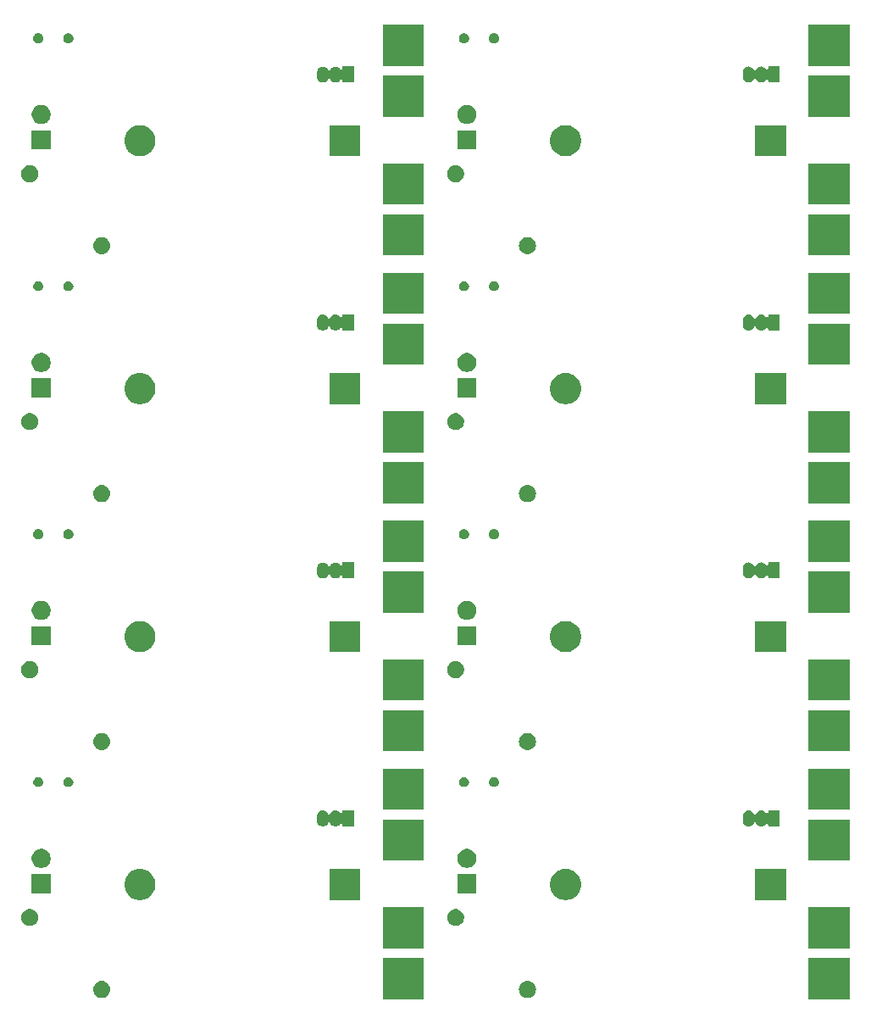
<source format=gbr>
G04 #@! TF.GenerationSoftware,KiCad,Pcbnew,(5.1.4)-1*
G04 #@! TF.CreationDate,2021-02-09T18:46:42+01:00*
G04 #@! TF.ProjectId,plant_water_level,706c616e-745f-4776-9174-65725f6c6576,rev?*
G04 #@! TF.SameCoordinates,Original*
G04 #@! TF.FileFunction,Soldermask,Bot*
G04 #@! TF.FilePolarity,Negative*
%FSLAX46Y46*%
G04 Gerber Fmt 4.6, Leading zero omitted, Abs format (unit mm)*
G04 Created by KiCad (PCBNEW (5.1.4)-1) date 2021-02-09 18:46:42*
%MOMM*%
%LPD*%
G04 APERTURE LIST*
%ADD10C,0.100000*%
G04 APERTURE END LIST*
D10*
G36*
X84029500Y489000D02*
G01*
X79927500Y489000D01*
X79927500Y4591000D01*
X84029500Y4591000D01*
X84029500Y489000D01*
X84029500Y489000D01*
G37*
G36*
X41484500Y489000D02*
G01*
X37382500Y489000D01*
X37382500Y4591000D01*
X41484500Y4591000D01*
X41484500Y489000D01*
X41484500Y489000D01*
G37*
G36*
X51991528Y2290482D02*
G01*
X52151947Y2241819D01*
X52284611Y2170909D01*
X52299783Y2162799D01*
X52429364Y2056454D01*
X52535709Y1926873D01*
X52535710Y1926871D01*
X52614729Y1779037D01*
X52663392Y1618618D01*
X52679822Y1451795D01*
X52663392Y1284972D01*
X52614729Y1124553D01*
X52543819Y991889D01*
X52535709Y976717D01*
X52429364Y847136D01*
X52299783Y740791D01*
X52299781Y740790D01*
X52151947Y661771D01*
X51991528Y613108D01*
X51866509Y600795D01*
X51782901Y600795D01*
X51657882Y613108D01*
X51497463Y661771D01*
X51349629Y740790D01*
X51349627Y740791D01*
X51220046Y847136D01*
X51113701Y976717D01*
X51105591Y991889D01*
X51034681Y1124553D01*
X50986018Y1284972D01*
X50969588Y1451795D01*
X50986018Y1618618D01*
X51034681Y1779037D01*
X51113700Y1926871D01*
X51113701Y1926873D01*
X51220046Y2056454D01*
X51349627Y2162799D01*
X51364799Y2170909D01*
X51497463Y2241819D01*
X51657882Y2290482D01*
X51782901Y2302795D01*
X51866509Y2302795D01*
X51991528Y2290482D01*
X51991528Y2290482D01*
G37*
G36*
X9446528Y2290482D02*
G01*
X9606947Y2241819D01*
X9739611Y2170909D01*
X9754783Y2162799D01*
X9884364Y2056454D01*
X9990709Y1926873D01*
X9990710Y1926871D01*
X10069729Y1779037D01*
X10118392Y1618618D01*
X10134822Y1451795D01*
X10118392Y1284972D01*
X10069729Y1124553D01*
X9998819Y991889D01*
X9990709Y976717D01*
X9884364Y847136D01*
X9754783Y740791D01*
X9754781Y740790D01*
X9606947Y661771D01*
X9446528Y613108D01*
X9321509Y600795D01*
X9237901Y600795D01*
X9112882Y613108D01*
X8952463Y661771D01*
X8804629Y740790D01*
X8804627Y740791D01*
X8675046Y847136D01*
X8568701Y976717D01*
X8560591Y991889D01*
X8489681Y1124553D01*
X8441018Y1284972D01*
X8424588Y1451795D01*
X8441018Y1618618D01*
X8489681Y1779037D01*
X8568700Y1926871D01*
X8568701Y1926873D01*
X8675046Y2056454D01*
X8804627Y2162799D01*
X8819799Y2170909D01*
X8952463Y2241819D01*
X9112882Y2290482D01*
X9237901Y2302795D01*
X9321509Y2302795D01*
X9446528Y2290482D01*
X9446528Y2290482D01*
G37*
G36*
X41484500Y5569000D02*
G01*
X37382500Y5569000D01*
X37382500Y9671000D01*
X41484500Y9671000D01*
X41484500Y5569000D01*
X41484500Y5569000D01*
G37*
G36*
X84029500Y5569000D02*
G01*
X79927500Y5569000D01*
X79927500Y9671000D01*
X84029500Y9671000D01*
X84029500Y5569000D01*
X84029500Y5569000D01*
G37*
G36*
X44888728Y9454297D02*
G01*
X45043600Y9390147D01*
X45182981Y9297015D01*
X45301515Y9178481D01*
X45394647Y9039100D01*
X45458797Y8884228D01*
X45491500Y8719816D01*
X45491500Y8552184D01*
X45458797Y8387772D01*
X45394647Y8232900D01*
X45301515Y8093519D01*
X45182981Y7974985D01*
X45043600Y7881853D01*
X44888728Y7817703D01*
X44724316Y7785000D01*
X44556684Y7785000D01*
X44392272Y7817703D01*
X44237400Y7881853D01*
X44098019Y7974985D01*
X43979485Y8093519D01*
X43886353Y8232900D01*
X43822203Y8387772D01*
X43789500Y8552184D01*
X43789500Y8719816D01*
X43822203Y8884228D01*
X43886353Y9039100D01*
X43979485Y9178481D01*
X44098019Y9297015D01*
X44237400Y9390147D01*
X44392272Y9454297D01*
X44556684Y9487000D01*
X44724316Y9487000D01*
X44888728Y9454297D01*
X44888728Y9454297D01*
G37*
G36*
X2343728Y9454297D02*
G01*
X2498600Y9390147D01*
X2637981Y9297015D01*
X2756515Y9178481D01*
X2849647Y9039100D01*
X2913797Y8884228D01*
X2946500Y8719816D01*
X2946500Y8552184D01*
X2913797Y8387772D01*
X2849647Y8232900D01*
X2756515Y8093519D01*
X2637981Y7974985D01*
X2498600Y7881853D01*
X2343728Y7817703D01*
X2179316Y7785000D01*
X2011684Y7785000D01*
X1847272Y7817703D01*
X1692400Y7881853D01*
X1553019Y7974985D01*
X1434485Y8093519D01*
X1341353Y8232900D01*
X1277203Y8387772D01*
X1244500Y8552184D01*
X1244500Y8719816D01*
X1277203Y8884228D01*
X1341353Y9039100D01*
X1434485Y9178481D01*
X1553019Y9297015D01*
X1692400Y9390147D01*
X1847272Y9454297D01*
X2011684Y9487000D01*
X2179316Y9487000D01*
X2343728Y9454297D01*
X2343728Y9454297D01*
G37*
G36*
X35142500Y10387000D02*
G01*
X32040500Y10387000D01*
X32040500Y13489000D01*
X35142500Y13489000D01*
X35142500Y10387000D01*
X35142500Y10387000D01*
G37*
G36*
X77687500Y10387000D02*
G01*
X74585500Y10387000D01*
X74585500Y13489000D01*
X77687500Y13489000D01*
X77687500Y10387000D01*
X77687500Y10387000D01*
G37*
G36*
X55949085Y13459198D02*
G01*
X56098910Y13429396D01*
X56381174Y13312479D01*
X56635205Y13142741D01*
X56851241Y12926705D01*
X57020979Y12672674D01*
X57137896Y12390410D01*
X57197500Y12090760D01*
X57197500Y11785240D01*
X57137896Y11485590D01*
X57020979Y11203326D01*
X56851241Y10949295D01*
X56635205Y10733259D01*
X56381174Y10563521D01*
X56098910Y10446604D01*
X55949085Y10416802D01*
X55799261Y10387000D01*
X55493739Y10387000D01*
X55343915Y10416802D01*
X55194090Y10446604D01*
X54911826Y10563521D01*
X54657795Y10733259D01*
X54441759Y10949295D01*
X54272021Y11203326D01*
X54155104Y11485590D01*
X54095500Y11785240D01*
X54095500Y12090760D01*
X54155104Y12390410D01*
X54272021Y12672674D01*
X54441759Y12926705D01*
X54657795Y13142741D01*
X54911826Y13312479D01*
X55194090Y13429396D01*
X55343915Y13459198D01*
X55493739Y13489000D01*
X55799261Y13489000D01*
X55949085Y13459198D01*
X55949085Y13459198D01*
G37*
G36*
X13404085Y13459198D02*
G01*
X13553910Y13429396D01*
X13836174Y13312479D01*
X14090205Y13142741D01*
X14306241Y12926705D01*
X14475979Y12672674D01*
X14592896Y12390410D01*
X14652500Y12090760D01*
X14652500Y11785240D01*
X14592896Y11485590D01*
X14475979Y11203326D01*
X14306241Y10949295D01*
X14090205Y10733259D01*
X13836174Y10563521D01*
X13553910Y10446604D01*
X13404085Y10416802D01*
X13254261Y10387000D01*
X12948739Y10387000D01*
X12798915Y10416802D01*
X12649090Y10446604D01*
X12366826Y10563521D01*
X12112795Y10733259D01*
X11896759Y10949295D01*
X11727021Y11203326D01*
X11610104Y11485590D01*
X11550500Y11785240D01*
X11550500Y12090760D01*
X11610104Y12390410D01*
X11727021Y12672674D01*
X11896759Y12926705D01*
X12112795Y13142741D01*
X12366826Y13312479D01*
X12649090Y13429396D01*
X12798915Y13459198D01*
X12948739Y13489000D01*
X13254261Y13489000D01*
X13404085Y13459198D01*
X13404085Y13459198D01*
G37*
G36*
X46734500Y11049000D02*
G01*
X44832500Y11049000D01*
X44832500Y12951000D01*
X46734500Y12951000D01*
X46734500Y11049000D01*
X46734500Y11049000D01*
G37*
G36*
X4189500Y11049000D02*
G01*
X2287500Y11049000D01*
X2287500Y12951000D01*
X4189500Y12951000D01*
X4189500Y11049000D01*
X4189500Y11049000D01*
G37*
G36*
X3515895Y15454454D02*
G01*
X3688966Y15382766D01*
X3688967Y15382765D01*
X3844727Y15278690D01*
X3977190Y15146227D01*
X3977191Y15146225D01*
X4081266Y14990466D01*
X4152954Y14817395D01*
X4189500Y14633667D01*
X4189500Y14446333D01*
X4152954Y14262605D01*
X4081266Y14089534D01*
X4081265Y14089533D01*
X3977190Y13933773D01*
X3844727Y13801310D01*
X3766318Y13748919D01*
X3688966Y13697234D01*
X3515895Y13625546D01*
X3332167Y13589000D01*
X3144833Y13589000D01*
X2961105Y13625546D01*
X2788034Y13697234D01*
X2710682Y13748919D01*
X2632273Y13801310D01*
X2499810Y13933773D01*
X2395735Y14089533D01*
X2395734Y14089534D01*
X2324046Y14262605D01*
X2287500Y14446333D01*
X2287500Y14633667D01*
X2324046Y14817395D01*
X2395734Y14990466D01*
X2499809Y15146225D01*
X2499810Y15146227D01*
X2632273Y15278690D01*
X2788033Y15382765D01*
X2788034Y15382766D01*
X2961105Y15454454D01*
X3144833Y15491000D01*
X3332167Y15491000D01*
X3515895Y15454454D01*
X3515895Y15454454D01*
G37*
G36*
X46060895Y15454454D02*
G01*
X46233966Y15382766D01*
X46233967Y15382765D01*
X46389727Y15278690D01*
X46522190Y15146227D01*
X46522191Y15146225D01*
X46626266Y14990466D01*
X46697954Y14817395D01*
X46734500Y14633667D01*
X46734500Y14446333D01*
X46697954Y14262605D01*
X46626266Y14089534D01*
X46626265Y14089533D01*
X46522190Y13933773D01*
X46389727Y13801310D01*
X46311318Y13748919D01*
X46233966Y13697234D01*
X46060895Y13625546D01*
X45877167Y13589000D01*
X45689833Y13589000D01*
X45506105Y13625546D01*
X45333034Y13697234D01*
X45255682Y13748919D01*
X45177273Y13801310D01*
X45044810Y13933773D01*
X44940735Y14089533D01*
X44940734Y14089534D01*
X44869046Y14262605D01*
X44832500Y14446333D01*
X44832500Y14633667D01*
X44869046Y14817395D01*
X44940734Y14990466D01*
X45044809Y15146225D01*
X45044810Y15146227D01*
X45177273Y15278690D01*
X45333033Y15382765D01*
X45333034Y15382766D01*
X45506105Y15454454D01*
X45689833Y15491000D01*
X45877167Y15491000D01*
X46060895Y15454454D01*
X46060895Y15454454D01*
G37*
G36*
X41484500Y14332000D02*
G01*
X37382500Y14332000D01*
X37382500Y18434000D01*
X41484500Y18434000D01*
X41484500Y14332000D01*
X41484500Y14332000D01*
G37*
G36*
X84029500Y14332000D02*
G01*
X79927500Y14332000D01*
X79927500Y18434000D01*
X84029500Y18434000D01*
X84029500Y14332000D01*
X84029500Y14332000D01*
G37*
G36*
X75296916Y19334666D02*
G01*
X75405492Y19301729D01*
X75405495Y19301728D01*
X75441601Y19282429D01*
X75505557Y19248244D01*
X75593264Y19176264D01*
X75656383Y19099354D01*
X75673702Y19082035D01*
X75694077Y19068421D01*
X75716716Y19059043D01*
X75740749Y19054263D01*
X75765253Y19054263D01*
X75789286Y19059043D01*
X75811925Y19068421D01*
X75832299Y19082034D01*
X75849626Y19099361D01*
X75863240Y19119736D01*
X75872618Y19142375D01*
X75877398Y19166408D01*
X75878000Y19178660D01*
X75878000Y19343000D01*
X77030000Y19343000D01*
X77030000Y17741000D01*
X75878000Y17741000D01*
X75878000Y17905340D01*
X75875598Y17929726D01*
X75868485Y17953175D01*
X75856934Y17974786D01*
X75841389Y17993728D01*
X75822447Y18009273D01*
X75800836Y18020824D01*
X75777387Y18027937D01*
X75753001Y18030339D01*
X75728615Y18027937D01*
X75705166Y18020824D01*
X75683555Y18009273D01*
X75656381Y17984644D01*
X75593264Y17907736D01*
X75505556Y17835756D01*
X75441600Y17801571D01*
X75405494Y17782272D01*
X75405491Y17782271D01*
X75296915Y17749334D01*
X75184000Y17738213D01*
X75071084Y17749334D01*
X74962508Y17782271D01*
X74962505Y17782272D01*
X74926399Y17801571D01*
X74862443Y17835756D01*
X74774736Y17907736D01*
X74702756Y17995444D01*
X74659239Y18076860D01*
X74645625Y18097234D01*
X74628298Y18114561D01*
X74607924Y18128175D01*
X74585285Y18137552D01*
X74561251Y18142332D01*
X74536747Y18142332D01*
X74512714Y18137551D01*
X74490075Y18128174D01*
X74469701Y18114560D01*
X74452374Y18097233D01*
X74438762Y18076860D01*
X74395244Y17995443D01*
X74323264Y17907736D01*
X74235556Y17835756D01*
X74171600Y17801571D01*
X74135494Y17782272D01*
X74135491Y17782271D01*
X74026915Y17749334D01*
X73914000Y17738213D01*
X73801084Y17749334D01*
X73692508Y17782271D01*
X73692505Y17782272D01*
X73656399Y17801571D01*
X73592443Y17835756D01*
X73504736Y17907736D01*
X73432756Y17995444D01*
X73389239Y18076860D01*
X73379272Y18095506D01*
X73373492Y18114560D01*
X73346334Y18204085D01*
X73338000Y18288703D01*
X73338000Y18795298D01*
X73346334Y18879916D01*
X73379271Y18988492D01*
X73379272Y18988495D01*
X73432756Y19088555D01*
X73432757Y19088557D01*
X73504737Y19176264D01*
X73592444Y19248244D01*
X73656400Y19282429D01*
X73692506Y19301728D01*
X73692509Y19301729D01*
X73801085Y19334666D01*
X73914000Y19345787D01*
X74026916Y19334666D01*
X74135492Y19301729D01*
X74135495Y19301728D01*
X74171601Y19282429D01*
X74235557Y19248244D01*
X74323264Y19176264D01*
X74395244Y19088557D01*
X74411019Y19059043D01*
X74438761Y19007141D01*
X74452375Y18986766D01*
X74469702Y18969439D01*
X74490076Y18955826D01*
X74512715Y18946448D01*
X74536748Y18941668D01*
X74561252Y18941668D01*
X74585285Y18946448D01*
X74607924Y18955826D01*
X74628299Y18969440D01*
X74645626Y18986767D01*
X74659239Y19007141D01*
X74702756Y19088555D01*
X74702757Y19088557D01*
X74774737Y19176264D01*
X74862444Y19248244D01*
X74926400Y19282429D01*
X74962506Y19301728D01*
X74962509Y19301729D01*
X75071085Y19334666D01*
X75184000Y19345787D01*
X75296916Y19334666D01*
X75296916Y19334666D01*
G37*
G36*
X32751916Y19334666D02*
G01*
X32860492Y19301729D01*
X32860495Y19301728D01*
X32896601Y19282429D01*
X32960557Y19248244D01*
X33048264Y19176264D01*
X33111383Y19099354D01*
X33128702Y19082035D01*
X33149077Y19068421D01*
X33171716Y19059043D01*
X33195749Y19054263D01*
X33220253Y19054263D01*
X33244286Y19059043D01*
X33266925Y19068421D01*
X33287299Y19082034D01*
X33304626Y19099361D01*
X33318240Y19119736D01*
X33327618Y19142375D01*
X33332398Y19166408D01*
X33333000Y19178660D01*
X33333000Y19343000D01*
X34485000Y19343000D01*
X34485000Y17741000D01*
X33333000Y17741000D01*
X33333000Y17905340D01*
X33330598Y17929726D01*
X33323485Y17953175D01*
X33311934Y17974786D01*
X33296389Y17993728D01*
X33277447Y18009273D01*
X33255836Y18020824D01*
X33232387Y18027937D01*
X33208001Y18030339D01*
X33183615Y18027937D01*
X33160166Y18020824D01*
X33138555Y18009273D01*
X33111381Y17984644D01*
X33048264Y17907736D01*
X32960556Y17835756D01*
X32896600Y17801571D01*
X32860494Y17782272D01*
X32860491Y17782271D01*
X32751915Y17749334D01*
X32639000Y17738213D01*
X32526084Y17749334D01*
X32417508Y17782271D01*
X32417505Y17782272D01*
X32381399Y17801571D01*
X32317443Y17835756D01*
X32229736Y17907736D01*
X32157756Y17995444D01*
X32114239Y18076860D01*
X32100625Y18097234D01*
X32083298Y18114561D01*
X32062924Y18128175D01*
X32040285Y18137552D01*
X32016251Y18142332D01*
X31991747Y18142332D01*
X31967714Y18137551D01*
X31945075Y18128174D01*
X31924701Y18114560D01*
X31907374Y18097233D01*
X31893762Y18076860D01*
X31850244Y17995443D01*
X31778264Y17907736D01*
X31690556Y17835756D01*
X31626600Y17801571D01*
X31590494Y17782272D01*
X31590491Y17782271D01*
X31481915Y17749334D01*
X31369000Y17738213D01*
X31256084Y17749334D01*
X31147508Y17782271D01*
X31147505Y17782272D01*
X31111399Y17801571D01*
X31047443Y17835756D01*
X30959736Y17907736D01*
X30887756Y17995444D01*
X30844239Y18076860D01*
X30834272Y18095506D01*
X30828492Y18114560D01*
X30801334Y18204085D01*
X30793000Y18288703D01*
X30793000Y18795298D01*
X30801334Y18879916D01*
X30834271Y18988492D01*
X30834272Y18988495D01*
X30887756Y19088555D01*
X30887757Y19088557D01*
X30959737Y19176264D01*
X31047444Y19248244D01*
X31111400Y19282429D01*
X31147506Y19301728D01*
X31147509Y19301729D01*
X31256085Y19334666D01*
X31369000Y19345787D01*
X31481916Y19334666D01*
X31590492Y19301729D01*
X31590495Y19301728D01*
X31626601Y19282429D01*
X31690557Y19248244D01*
X31778264Y19176264D01*
X31850244Y19088557D01*
X31866019Y19059043D01*
X31893761Y19007141D01*
X31907375Y18986766D01*
X31924702Y18969439D01*
X31945076Y18955826D01*
X31967715Y18946448D01*
X31991748Y18941668D01*
X32016252Y18941668D01*
X32040285Y18946448D01*
X32062924Y18955826D01*
X32083299Y18969440D01*
X32100626Y18986767D01*
X32114239Y19007141D01*
X32157756Y19088555D01*
X32157757Y19088557D01*
X32229737Y19176264D01*
X32317444Y19248244D01*
X32381400Y19282429D01*
X32417506Y19301728D01*
X32417509Y19301729D01*
X32526085Y19334666D01*
X32639000Y19345787D01*
X32751916Y19334666D01*
X32751916Y19334666D01*
G37*
G36*
X41484500Y19412000D02*
G01*
X37382500Y19412000D01*
X37382500Y23514000D01*
X41484500Y23514000D01*
X41484500Y19412000D01*
X41484500Y19412000D01*
G37*
G36*
X84029500Y19412000D02*
G01*
X79927500Y19412000D01*
X79927500Y23514000D01*
X84029500Y23514000D01*
X84029500Y19412000D01*
X84029500Y19412000D01*
G37*
G36*
X48587740Y22665374D02*
G01*
X48636136Y22655747D01*
X48673902Y22640104D01*
X48727311Y22617981D01*
X48727312Y22617980D01*
X48809369Y22563152D01*
X48879152Y22493369D01*
X48879153Y22493367D01*
X48933981Y22411311D01*
X48971747Y22320135D01*
X48991000Y22223345D01*
X48991000Y22124655D01*
X48971747Y22027865D01*
X48933981Y21936689D01*
X48933980Y21936688D01*
X48879152Y21854631D01*
X48809369Y21784848D01*
X48768062Y21757248D01*
X48727311Y21730019D01*
X48673902Y21707896D01*
X48636136Y21692253D01*
X48587740Y21682627D01*
X48539345Y21673000D01*
X48440655Y21673000D01*
X48392260Y21682627D01*
X48343864Y21692253D01*
X48306098Y21707896D01*
X48252689Y21730019D01*
X48211938Y21757248D01*
X48170631Y21784848D01*
X48100848Y21854631D01*
X48046020Y21936688D01*
X48046019Y21936689D01*
X48008253Y22027865D01*
X47989000Y22124655D01*
X47989000Y22223345D01*
X48008253Y22320135D01*
X48046019Y22411311D01*
X48100847Y22493367D01*
X48100848Y22493369D01*
X48170631Y22563152D01*
X48252688Y22617980D01*
X48252689Y22617981D01*
X48306098Y22640104D01*
X48343864Y22655747D01*
X48392260Y22665374D01*
X48440655Y22675000D01*
X48539345Y22675000D01*
X48587740Y22665374D01*
X48587740Y22665374D01*
G37*
G36*
X45587740Y22665374D02*
G01*
X45636136Y22655747D01*
X45673902Y22640104D01*
X45727311Y22617981D01*
X45727312Y22617980D01*
X45809369Y22563152D01*
X45879152Y22493369D01*
X45879153Y22493367D01*
X45933981Y22411311D01*
X45971747Y22320135D01*
X45991000Y22223345D01*
X45991000Y22124655D01*
X45971747Y22027865D01*
X45933981Y21936689D01*
X45933980Y21936688D01*
X45879152Y21854631D01*
X45809369Y21784848D01*
X45768062Y21757248D01*
X45727311Y21730019D01*
X45673902Y21707896D01*
X45636136Y21692253D01*
X45587740Y21682627D01*
X45539345Y21673000D01*
X45440655Y21673000D01*
X45392260Y21682627D01*
X45343864Y21692253D01*
X45306098Y21707896D01*
X45252689Y21730019D01*
X45211938Y21757248D01*
X45170631Y21784848D01*
X45100848Y21854631D01*
X45046020Y21936688D01*
X45046019Y21936689D01*
X45008253Y22027865D01*
X44989000Y22124655D01*
X44989000Y22223345D01*
X45008253Y22320135D01*
X45046019Y22411311D01*
X45100847Y22493367D01*
X45100848Y22493369D01*
X45170631Y22563152D01*
X45252688Y22617980D01*
X45252689Y22617981D01*
X45306098Y22640104D01*
X45343864Y22655747D01*
X45392260Y22665374D01*
X45440655Y22675000D01*
X45539345Y22675000D01*
X45587740Y22665374D01*
X45587740Y22665374D01*
G37*
G36*
X3042740Y22665374D02*
G01*
X3091136Y22655747D01*
X3128902Y22640104D01*
X3182311Y22617981D01*
X3182312Y22617980D01*
X3264369Y22563152D01*
X3334152Y22493369D01*
X3334153Y22493367D01*
X3388981Y22411311D01*
X3426747Y22320135D01*
X3446000Y22223345D01*
X3446000Y22124655D01*
X3426747Y22027865D01*
X3388981Y21936689D01*
X3388980Y21936688D01*
X3334152Y21854631D01*
X3264369Y21784848D01*
X3223062Y21757248D01*
X3182311Y21730019D01*
X3128902Y21707896D01*
X3091136Y21692253D01*
X3042740Y21682627D01*
X2994345Y21673000D01*
X2895655Y21673000D01*
X2847260Y21682627D01*
X2798864Y21692253D01*
X2761098Y21707896D01*
X2707689Y21730019D01*
X2666938Y21757248D01*
X2625631Y21784848D01*
X2555848Y21854631D01*
X2501020Y21936688D01*
X2501019Y21936689D01*
X2463253Y22027865D01*
X2444000Y22124655D01*
X2444000Y22223345D01*
X2463253Y22320135D01*
X2501019Y22411311D01*
X2555847Y22493367D01*
X2555848Y22493369D01*
X2625631Y22563152D01*
X2707688Y22617980D01*
X2707689Y22617981D01*
X2761098Y22640104D01*
X2798864Y22655747D01*
X2847260Y22665374D01*
X2895655Y22675000D01*
X2994345Y22675000D01*
X3042740Y22665374D01*
X3042740Y22665374D01*
G37*
G36*
X6042740Y22665374D02*
G01*
X6091136Y22655747D01*
X6128902Y22640104D01*
X6182311Y22617981D01*
X6182312Y22617980D01*
X6264369Y22563152D01*
X6334152Y22493369D01*
X6334153Y22493367D01*
X6388981Y22411311D01*
X6426747Y22320135D01*
X6446000Y22223345D01*
X6446000Y22124655D01*
X6426747Y22027865D01*
X6388981Y21936689D01*
X6388980Y21936688D01*
X6334152Y21854631D01*
X6264369Y21784848D01*
X6223062Y21757248D01*
X6182311Y21730019D01*
X6128902Y21707896D01*
X6091136Y21692253D01*
X6042740Y21682627D01*
X5994345Y21673000D01*
X5895655Y21673000D01*
X5847260Y21682627D01*
X5798864Y21692253D01*
X5761098Y21707896D01*
X5707689Y21730019D01*
X5666938Y21757248D01*
X5625631Y21784848D01*
X5555848Y21854631D01*
X5501020Y21936688D01*
X5501019Y21936689D01*
X5463253Y22027865D01*
X5444000Y22124655D01*
X5444000Y22223345D01*
X5463253Y22320135D01*
X5501019Y22411311D01*
X5555847Y22493367D01*
X5555848Y22493369D01*
X5625631Y22563152D01*
X5707688Y22617980D01*
X5707689Y22617981D01*
X5761098Y22640104D01*
X5798864Y22655747D01*
X5847260Y22665374D01*
X5895655Y22675000D01*
X5994345Y22675000D01*
X6042740Y22665374D01*
X6042740Y22665374D01*
G37*
G36*
X41484500Y25254000D02*
G01*
X37382500Y25254000D01*
X37382500Y29356000D01*
X41484500Y29356000D01*
X41484500Y25254000D01*
X41484500Y25254000D01*
G37*
G36*
X84029500Y25254000D02*
G01*
X79927500Y25254000D01*
X79927500Y29356000D01*
X84029500Y29356000D01*
X84029500Y25254000D01*
X84029500Y25254000D01*
G37*
G36*
X51991528Y27055482D02*
G01*
X52151947Y27006819D01*
X52284611Y26935909D01*
X52299783Y26927799D01*
X52429364Y26821454D01*
X52535709Y26691873D01*
X52535710Y26691871D01*
X52614729Y26544037D01*
X52663392Y26383618D01*
X52679822Y26216795D01*
X52663392Y26049972D01*
X52614729Y25889553D01*
X52543819Y25756889D01*
X52535709Y25741717D01*
X52429364Y25612136D01*
X52299783Y25505791D01*
X52299781Y25505790D01*
X52151947Y25426771D01*
X51991528Y25378108D01*
X51866509Y25365795D01*
X51782901Y25365795D01*
X51657882Y25378108D01*
X51497463Y25426771D01*
X51349629Y25505790D01*
X51349627Y25505791D01*
X51220046Y25612136D01*
X51113701Y25741717D01*
X51105591Y25756889D01*
X51034681Y25889553D01*
X50986018Y26049972D01*
X50969588Y26216795D01*
X50986018Y26383618D01*
X51034681Y26544037D01*
X51113700Y26691871D01*
X51113701Y26691873D01*
X51220046Y26821454D01*
X51349627Y26927799D01*
X51364799Y26935909D01*
X51497463Y27006819D01*
X51657882Y27055482D01*
X51782901Y27067795D01*
X51866509Y27067795D01*
X51991528Y27055482D01*
X51991528Y27055482D01*
G37*
G36*
X9446528Y27055482D02*
G01*
X9606947Y27006819D01*
X9739611Y26935909D01*
X9754783Y26927799D01*
X9884364Y26821454D01*
X9990709Y26691873D01*
X9990710Y26691871D01*
X10069729Y26544037D01*
X10118392Y26383618D01*
X10134822Y26216795D01*
X10118392Y26049972D01*
X10069729Y25889553D01*
X9998819Y25756889D01*
X9990709Y25741717D01*
X9884364Y25612136D01*
X9754783Y25505791D01*
X9754781Y25505790D01*
X9606947Y25426771D01*
X9446528Y25378108D01*
X9321509Y25365795D01*
X9237901Y25365795D01*
X9112882Y25378108D01*
X8952463Y25426771D01*
X8804629Y25505790D01*
X8804627Y25505791D01*
X8675046Y25612136D01*
X8568701Y25741717D01*
X8560591Y25756889D01*
X8489681Y25889553D01*
X8441018Y26049972D01*
X8424588Y26216795D01*
X8441018Y26383618D01*
X8489681Y26544037D01*
X8568700Y26691871D01*
X8568701Y26691873D01*
X8675046Y26821454D01*
X8804627Y26927799D01*
X8819799Y26935909D01*
X8952463Y27006819D01*
X9112882Y27055482D01*
X9237901Y27067795D01*
X9321509Y27067795D01*
X9446528Y27055482D01*
X9446528Y27055482D01*
G37*
G36*
X41484500Y30334000D02*
G01*
X37382500Y30334000D01*
X37382500Y34436000D01*
X41484500Y34436000D01*
X41484500Y30334000D01*
X41484500Y30334000D01*
G37*
G36*
X84029500Y30334000D02*
G01*
X79927500Y30334000D01*
X79927500Y34436000D01*
X84029500Y34436000D01*
X84029500Y30334000D01*
X84029500Y30334000D01*
G37*
G36*
X44888728Y34219297D02*
G01*
X45043600Y34155147D01*
X45182981Y34062015D01*
X45301515Y33943481D01*
X45394647Y33804100D01*
X45458797Y33649228D01*
X45491500Y33484816D01*
X45491500Y33317184D01*
X45458797Y33152772D01*
X45394647Y32997900D01*
X45301515Y32858519D01*
X45182981Y32739985D01*
X45043600Y32646853D01*
X44888728Y32582703D01*
X44724316Y32550000D01*
X44556684Y32550000D01*
X44392272Y32582703D01*
X44237400Y32646853D01*
X44098019Y32739985D01*
X43979485Y32858519D01*
X43886353Y32997900D01*
X43822203Y33152772D01*
X43789500Y33317184D01*
X43789500Y33484816D01*
X43822203Y33649228D01*
X43886353Y33804100D01*
X43979485Y33943481D01*
X44098019Y34062015D01*
X44237400Y34155147D01*
X44392272Y34219297D01*
X44556684Y34252000D01*
X44724316Y34252000D01*
X44888728Y34219297D01*
X44888728Y34219297D01*
G37*
G36*
X2343728Y34219297D02*
G01*
X2498600Y34155147D01*
X2637981Y34062015D01*
X2756515Y33943481D01*
X2849647Y33804100D01*
X2913797Y33649228D01*
X2946500Y33484816D01*
X2946500Y33317184D01*
X2913797Y33152772D01*
X2849647Y32997900D01*
X2756515Y32858519D01*
X2637981Y32739985D01*
X2498600Y32646853D01*
X2343728Y32582703D01*
X2179316Y32550000D01*
X2011684Y32550000D01*
X1847272Y32582703D01*
X1692400Y32646853D01*
X1553019Y32739985D01*
X1434485Y32858519D01*
X1341353Y32997900D01*
X1277203Y33152772D01*
X1244500Y33317184D01*
X1244500Y33484816D01*
X1277203Y33649228D01*
X1341353Y33804100D01*
X1434485Y33943481D01*
X1553019Y34062015D01*
X1692400Y34155147D01*
X1847272Y34219297D01*
X2011684Y34252000D01*
X2179316Y34252000D01*
X2343728Y34219297D01*
X2343728Y34219297D01*
G37*
G36*
X55949085Y38224198D02*
G01*
X56098910Y38194396D01*
X56381174Y38077479D01*
X56635205Y37907741D01*
X56851241Y37691705D01*
X57020979Y37437674D01*
X57137896Y37155410D01*
X57197500Y36855760D01*
X57197500Y36550240D01*
X57137896Y36250590D01*
X57020979Y35968326D01*
X56851241Y35714295D01*
X56635205Y35498259D01*
X56381174Y35328521D01*
X56098910Y35211604D01*
X55949085Y35181802D01*
X55799261Y35152000D01*
X55493739Y35152000D01*
X55343915Y35181802D01*
X55194090Y35211604D01*
X54911826Y35328521D01*
X54657795Y35498259D01*
X54441759Y35714295D01*
X54272021Y35968326D01*
X54155104Y36250590D01*
X54095500Y36550240D01*
X54095500Y36855760D01*
X54155104Y37155410D01*
X54272021Y37437674D01*
X54441759Y37691705D01*
X54657795Y37907741D01*
X54911826Y38077479D01*
X55194090Y38194396D01*
X55343915Y38224198D01*
X55493739Y38254000D01*
X55799261Y38254000D01*
X55949085Y38224198D01*
X55949085Y38224198D01*
G37*
G36*
X77687500Y35152000D02*
G01*
X74585500Y35152000D01*
X74585500Y38254000D01*
X77687500Y38254000D01*
X77687500Y35152000D01*
X77687500Y35152000D01*
G37*
G36*
X13404085Y38224198D02*
G01*
X13553910Y38194396D01*
X13836174Y38077479D01*
X14090205Y37907741D01*
X14306241Y37691705D01*
X14475979Y37437674D01*
X14592896Y37155410D01*
X14652500Y36855760D01*
X14652500Y36550240D01*
X14592896Y36250590D01*
X14475979Y35968326D01*
X14306241Y35714295D01*
X14090205Y35498259D01*
X13836174Y35328521D01*
X13553910Y35211604D01*
X13404085Y35181802D01*
X13254261Y35152000D01*
X12948739Y35152000D01*
X12798915Y35181802D01*
X12649090Y35211604D01*
X12366826Y35328521D01*
X12112795Y35498259D01*
X11896759Y35714295D01*
X11727021Y35968326D01*
X11610104Y36250590D01*
X11550500Y36550240D01*
X11550500Y36855760D01*
X11610104Y37155410D01*
X11727021Y37437674D01*
X11896759Y37691705D01*
X12112795Y37907741D01*
X12366826Y38077479D01*
X12649090Y38194396D01*
X12798915Y38224198D01*
X12948739Y38254000D01*
X13254261Y38254000D01*
X13404085Y38224198D01*
X13404085Y38224198D01*
G37*
G36*
X35142500Y35152000D02*
G01*
X32040500Y35152000D01*
X32040500Y38254000D01*
X35142500Y38254000D01*
X35142500Y35152000D01*
X35142500Y35152000D01*
G37*
G36*
X46734500Y35814000D02*
G01*
X44832500Y35814000D01*
X44832500Y37716000D01*
X46734500Y37716000D01*
X46734500Y35814000D01*
X46734500Y35814000D01*
G37*
G36*
X4189500Y35814000D02*
G01*
X2287500Y35814000D01*
X2287500Y37716000D01*
X4189500Y37716000D01*
X4189500Y35814000D01*
X4189500Y35814000D01*
G37*
G36*
X46060895Y40219454D02*
G01*
X46233966Y40147766D01*
X46233967Y40147765D01*
X46389727Y40043690D01*
X46522190Y39911227D01*
X46522191Y39911225D01*
X46626266Y39755466D01*
X46697954Y39582395D01*
X46734500Y39398667D01*
X46734500Y39211333D01*
X46697954Y39027605D01*
X46626266Y38854534D01*
X46626265Y38854533D01*
X46522190Y38698773D01*
X46389727Y38566310D01*
X46311318Y38513919D01*
X46233966Y38462234D01*
X46060895Y38390546D01*
X45877167Y38354000D01*
X45689833Y38354000D01*
X45506105Y38390546D01*
X45333034Y38462234D01*
X45255682Y38513919D01*
X45177273Y38566310D01*
X45044810Y38698773D01*
X44940735Y38854533D01*
X44940734Y38854534D01*
X44869046Y39027605D01*
X44832500Y39211333D01*
X44832500Y39398667D01*
X44869046Y39582395D01*
X44940734Y39755466D01*
X45044809Y39911225D01*
X45044810Y39911227D01*
X45177273Y40043690D01*
X45333033Y40147765D01*
X45333034Y40147766D01*
X45506105Y40219454D01*
X45689833Y40256000D01*
X45877167Y40256000D01*
X46060895Y40219454D01*
X46060895Y40219454D01*
G37*
G36*
X3515895Y40219454D02*
G01*
X3688966Y40147766D01*
X3688967Y40147765D01*
X3844727Y40043690D01*
X3977190Y39911227D01*
X3977191Y39911225D01*
X4081266Y39755466D01*
X4152954Y39582395D01*
X4189500Y39398667D01*
X4189500Y39211333D01*
X4152954Y39027605D01*
X4081266Y38854534D01*
X4081265Y38854533D01*
X3977190Y38698773D01*
X3844727Y38566310D01*
X3766318Y38513919D01*
X3688966Y38462234D01*
X3515895Y38390546D01*
X3332167Y38354000D01*
X3144833Y38354000D01*
X2961105Y38390546D01*
X2788034Y38462234D01*
X2710682Y38513919D01*
X2632273Y38566310D01*
X2499810Y38698773D01*
X2395735Y38854533D01*
X2395734Y38854534D01*
X2324046Y39027605D01*
X2287500Y39211333D01*
X2287500Y39398667D01*
X2324046Y39582395D01*
X2395734Y39755466D01*
X2499809Y39911225D01*
X2499810Y39911227D01*
X2632273Y40043690D01*
X2788033Y40147765D01*
X2788034Y40147766D01*
X2961105Y40219454D01*
X3144833Y40256000D01*
X3332167Y40256000D01*
X3515895Y40219454D01*
X3515895Y40219454D01*
G37*
G36*
X41484500Y39097000D02*
G01*
X37382500Y39097000D01*
X37382500Y43199000D01*
X41484500Y43199000D01*
X41484500Y39097000D01*
X41484500Y39097000D01*
G37*
G36*
X84029500Y39097000D02*
G01*
X79927500Y39097000D01*
X79927500Y43199000D01*
X84029500Y43199000D01*
X84029500Y39097000D01*
X84029500Y39097000D01*
G37*
G36*
X32751916Y44099666D02*
G01*
X32860492Y44066729D01*
X32860495Y44066728D01*
X32896601Y44047429D01*
X32960557Y44013244D01*
X33048264Y43941264D01*
X33111383Y43864354D01*
X33128702Y43847035D01*
X33149077Y43833421D01*
X33171716Y43824043D01*
X33195749Y43819263D01*
X33220253Y43819263D01*
X33244286Y43824043D01*
X33266925Y43833421D01*
X33287299Y43847034D01*
X33304626Y43864361D01*
X33318240Y43884736D01*
X33327618Y43907375D01*
X33332398Y43931408D01*
X33333000Y43943660D01*
X33333000Y44108000D01*
X34485000Y44108000D01*
X34485000Y42506000D01*
X33333000Y42506000D01*
X33333000Y42670340D01*
X33330598Y42694726D01*
X33323485Y42718175D01*
X33311934Y42739786D01*
X33296389Y42758728D01*
X33277447Y42774273D01*
X33255836Y42785824D01*
X33232387Y42792937D01*
X33208001Y42795339D01*
X33183615Y42792937D01*
X33160166Y42785824D01*
X33138555Y42774273D01*
X33111381Y42749644D01*
X33048264Y42672736D01*
X32960556Y42600756D01*
X32896600Y42566571D01*
X32860494Y42547272D01*
X32860491Y42547271D01*
X32751915Y42514334D01*
X32639000Y42503213D01*
X32526084Y42514334D01*
X32417508Y42547271D01*
X32417505Y42547272D01*
X32381399Y42566571D01*
X32317443Y42600756D01*
X32229736Y42672736D01*
X32157756Y42760444D01*
X32114239Y42841860D01*
X32100625Y42862234D01*
X32083298Y42879561D01*
X32062924Y42893175D01*
X32040285Y42902552D01*
X32016251Y42907332D01*
X31991747Y42907332D01*
X31967714Y42902551D01*
X31945075Y42893174D01*
X31924701Y42879560D01*
X31907374Y42862233D01*
X31893762Y42841860D01*
X31850244Y42760443D01*
X31778264Y42672736D01*
X31690556Y42600756D01*
X31626600Y42566571D01*
X31590494Y42547272D01*
X31590491Y42547271D01*
X31481915Y42514334D01*
X31369000Y42503213D01*
X31256084Y42514334D01*
X31147508Y42547271D01*
X31147505Y42547272D01*
X31111399Y42566571D01*
X31047443Y42600756D01*
X30959736Y42672736D01*
X30887756Y42760444D01*
X30844239Y42841860D01*
X30834272Y42860506D01*
X30828492Y42879560D01*
X30801334Y42969085D01*
X30793000Y43053703D01*
X30793000Y43560298D01*
X30801334Y43644916D01*
X30834271Y43753492D01*
X30834272Y43753495D01*
X30887756Y43853555D01*
X30887757Y43853557D01*
X30959737Y43941264D01*
X31047444Y44013244D01*
X31111400Y44047429D01*
X31147506Y44066728D01*
X31147509Y44066729D01*
X31256085Y44099666D01*
X31369000Y44110787D01*
X31481916Y44099666D01*
X31590492Y44066729D01*
X31590495Y44066728D01*
X31626601Y44047429D01*
X31690557Y44013244D01*
X31778264Y43941264D01*
X31850244Y43853557D01*
X31866019Y43824043D01*
X31893761Y43772141D01*
X31907375Y43751766D01*
X31924702Y43734439D01*
X31945076Y43720826D01*
X31967715Y43711448D01*
X31991748Y43706668D01*
X32016252Y43706668D01*
X32040285Y43711448D01*
X32062924Y43720826D01*
X32083299Y43734440D01*
X32100626Y43751767D01*
X32114239Y43772141D01*
X32157756Y43853555D01*
X32157757Y43853557D01*
X32229737Y43941264D01*
X32317444Y44013244D01*
X32381400Y44047429D01*
X32417506Y44066728D01*
X32417509Y44066729D01*
X32526085Y44099666D01*
X32639000Y44110787D01*
X32751916Y44099666D01*
X32751916Y44099666D01*
G37*
G36*
X75296916Y44099666D02*
G01*
X75405492Y44066729D01*
X75405495Y44066728D01*
X75441601Y44047429D01*
X75505557Y44013244D01*
X75593264Y43941264D01*
X75656383Y43864354D01*
X75673702Y43847035D01*
X75694077Y43833421D01*
X75716716Y43824043D01*
X75740749Y43819263D01*
X75765253Y43819263D01*
X75789286Y43824043D01*
X75811925Y43833421D01*
X75832299Y43847034D01*
X75849626Y43864361D01*
X75863240Y43884736D01*
X75872618Y43907375D01*
X75877398Y43931408D01*
X75878000Y43943660D01*
X75878000Y44108000D01*
X77030000Y44108000D01*
X77030000Y42506000D01*
X75878000Y42506000D01*
X75878000Y42670340D01*
X75875598Y42694726D01*
X75868485Y42718175D01*
X75856934Y42739786D01*
X75841389Y42758728D01*
X75822447Y42774273D01*
X75800836Y42785824D01*
X75777387Y42792937D01*
X75753001Y42795339D01*
X75728615Y42792937D01*
X75705166Y42785824D01*
X75683555Y42774273D01*
X75656381Y42749644D01*
X75593264Y42672736D01*
X75505556Y42600756D01*
X75441600Y42566571D01*
X75405494Y42547272D01*
X75405491Y42547271D01*
X75296915Y42514334D01*
X75184000Y42503213D01*
X75071084Y42514334D01*
X74962508Y42547271D01*
X74962505Y42547272D01*
X74926399Y42566571D01*
X74862443Y42600756D01*
X74774736Y42672736D01*
X74702756Y42760444D01*
X74659239Y42841860D01*
X74645625Y42862234D01*
X74628298Y42879561D01*
X74607924Y42893175D01*
X74585285Y42902552D01*
X74561251Y42907332D01*
X74536747Y42907332D01*
X74512714Y42902551D01*
X74490075Y42893174D01*
X74469701Y42879560D01*
X74452374Y42862233D01*
X74438762Y42841860D01*
X74395244Y42760443D01*
X74323264Y42672736D01*
X74235556Y42600756D01*
X74171600Y42566571D01*
X74135494Y42547272D01*
X74135491Y42547271D01*
X74026915Y42514334D01*
X73914000Y42503213D01*
X73801084Y42514334D01*
X73692508Y42547271D01*
X73692505Y42547272D01*
X73656399Y42566571D01*
X73592443Y42600756D01*
X73504736Y42672736D01*
X73432756Y42760444D01*
X73389239Y42841860D01*
X73379272Y42860506D01*
X73373492Y42879560D01*
X73346334Y42969085D01*
X73338000Y43053703D01*
X73338000Y43560298D01*
X73346334Y43644916D01*
X73379271Y43753492D01*
X73379272Y43753495D01*
X73432756Y43853555D01*
X73432757Y43853557D01*
X73504737Y43941264D01*
X73592444Y44013244D01*
X73656400Y44047429D01*
X73692506Y44066728D01*
X73692509Y44066729D01*
X73801085Y44099666D01*
X73914000Y44110787D01*
X74026916Y44099666D01*
X74135492Y44066729D01*
X74135495Y44066728D01*
X74171601Y44047429D01*
X74235557Y44013244D01*
X74323264Y43941264D01*
X74395244Y43853557D01*
X74411019Y43824043D01*
X74438761Y43772141D01*
X74452375Y43751766D01*
X74469702Y43734439D01*
X74490076Y43720826D01*
X74512715Y43711448D01*
X74536748Y43706668D01*
X74561252Y43706668D01*
X74585285Y43711448D01*
X74607924Y43720826D01*
X74628299Y43734440D01*
X74645626Y43751767D01*
X74659239Y43772141D01*
X74702756Y43853555D01*
X74702757Y43853557D01*
X74774737Y43941264D01*
X74862444Y44013244D01*
X74926400Y44047429D01*
X74962506Y44066728D01*
X74962509Y44066729D01*
X75071085Y44099666D01*
X75184000Y44110787D01*
X75296916Y44099666D01*
X75296916Y44099666D01*
G37*
G36*
X84029500Y44177000D02*
G01*
X79927500Y44177000D01*
X79927500Y48279000D01*
X84029500Y48279000D01*
X84029500Y44177000D01*
X84029500Y44177000D01*
G37*
G36*
X41484500Y44177000D02*
G01*
X37382500Y44177000D01*
X37382500Y48279000D01*
X41484500Y48279000D01*
X41484500Y44177000D01*
X41484500Y44177000D01*
G37*
G36*
X45587740Y47430373D02*
G01*
X45636136Y47420747D01*
X45673902Y47405104D01*
X45727311Y47382981D01*
X45727312Y47382980D01*
X45809369Y47328152D01*
X45879152Y47258369D01*
X45879153Y47258367D01*
X45933981Y47176311D01*
X45971747Y47085135D01*
X45991000Y46988345D01*
X45991000Y46889655D01*
X45971747Y46792865D01*
X45933981Y46701689D01*
X45933980Y46701688D01*
X45879152Y46619631D01*
X45809369Y46549848D01*
X45768062Y46522248D01*
X45727311Y46495019D01*
X45673902Y46472896D01*
X45636136Y46457253D01*
X45587740Y46447626D01*
X45539345Y46438000D01*
X45440655Y46438000D01*
X45392260Y46447626D01*
X45343864Y46457253D01*
X45306098Y46472896D01*
X45252689Y46495019D01*
X45211938Y46522248D01*
X45170631Y46549848D01*
X45100848Y46619631D01*
X45046020Y46701688D01*
X45046019Y46701689D01*
X45008253Y46792865D01*
X44989000Y46889655D01*
X44989000Y46988345D01*
X45008253Y47085135D01*
X45046019Y47176311D01*
X45100847Y47258367D01*
X45100848Y47258369D01*
X45170631Y47328152D01*
X45252688Y47382980D01*
X45252689Y47382981D01*
X45306098Y47405104D01*
X45343864Y47420747D01*
X45392260Y47430373D01*
X45440655Y47440000D01*
X45539345Y47440000D01*
X45587740Y47430373D01*
X45587740Y47430373D01*
G37*
G36*
X6042740Y47430373D02*
G01*
X6091136Y47420747D01*
X6128902Y47405104D01*
X6182311Y47382981D01*
X6182312Y47382980D01*
X6264369Y47328152D01*
X6334152Y47258369D01*
X6334153Y47258367D01*
X6388981Y47176311D01*
X6426747Y47085135D01*
X6446000Y46988345D01*
X6446000Y46889655D01*
X6426747Y46792865D01*
X6388981Y46701689D01*
X6388980Y46701688D01*
X6334152Y46619631D01*
X6264369Y46549848D01*
X6223062Y46522248D01*
X6182311Y46495019D01*
X6128902Y46472896D01*
X6091136Y46457253D01*
X6042740Y46447626D01*
X5994345Y46438000D01*
X5895655Y46438000D01*
X5847260Y46447626D01*
X5798864Y46457253D01*
X5761098Y46472896D01*
X5707689Y46495019D01*
X5666938Y46522248D01*
X5625631Y46549848D01*
X5555848Y46619631D01*
X5501020Y46701688D01*
X5501019Y46701689D01*
X5463253Y46792865D01*
X5444000Y46889655D01*
X5444000Y46988345D01*
X5463253Y47085135D01*
X5501019Y47176311D01*
X5555847Y47258367D01*
X5555848Y47258369D01*
X5625631Y47328152D01*
X5707688Y47382980D01*
X5707689Y47382981D01*
X5761098Y47405104D01*
X5798864Y47420747D01*
X5847260Y47430373D01*
X5895655Y47440000D01*
X5994345Y47440000D01*
X6042740Y47430373D01*
X6042740Y47430373D01*
G37*
G36*
X48587740Y47430373D02*
G01*
X48636136Y47420747D01*
X48673902Y47405104D01*
X48727311Y47382981D01*
X48727312Y47382980D01*
X48809369Y47328152D01*
X48879152Y47258369D01*
X48879153Y47258367D01*
X48933981Y47176311D01*
X48971747Y47085135D01*
X48991000Y46988345D01*
X48991000Y46889655D01*
X48971747Y46792865D01*
X48933981Y46701689D01*
X48933980Y46701688D01*
X48879152Y46619631D01*
X48809369Y46549848D01*
X48768062Y46522248D01*
X48727311Y46495019D01*
X48673902Y46472896D01*
X48636136Y46457253D01*
X48587740Y46447626D01*
X48539345Y46438000D01*
X48440655Y46438000D01*
X48392260Y46447626D01*
X48343864Y46457253D01*
X48306098Y46472896D01*
X48252689Y46495019D01*
X48211938Y46522248D01*
X48170631Y46549848D01*
X48100848Y46619631D01*
X48046020Y46701688D01*
X48046019Y46701689D01*
X48008253Y46792865D01*
X47989000Y46889655D01*
X47989000Y46988345D01*
X48008253Y47085135D01*
X48046019Y47176311D01*
X48100847Y47258367D01*
X48100848Y47258369D01*
X48170631Y47328152D01*
X48252688Y47382980D01*
X48252689Y47382981D01*
X48306098Y47405104D01*
X48343864Y47420747D01*
X48392260Y47430373D01*
X48440655Y47440000D01*
X48539345Y47440000D01*
X48587740Y47430373D01*
X48587740Y47430373D01*
G37*
G36*
X3042740Y47430373D02*
G01*
X3091136Y47420747D01*
X3128902Y47405104D01*
X3182311Y47382981D01*
X3182312Y47382980D01*
X3264369Y47328152D01*
X3334152Y47258369D01*
X3334153Y47258367D01*
X3388981Y47176311D01*
X3426747Y47085135D01*
X3446000Y46988345D01*
X3446000Y46889655D01*
X3426747Y46792865D01*
X3388981Y46701689D01*
X3388980Y46701688D01*
X3334152Y46619631D01*
X3264369Y46549848D01*
X3223062Y46522248D01*
X3182311Y46495019D01*
X3128902Y46472896D01*
X3091136Y46457253D01*
X3042740Y46447626D01*
X2994345Y46438000D01*
X2895655Y46438000D01*
X2847260Y46447626D01*
X2798864Y46457253D01*
X2761098Y46472896D01*
X2707689Y46495019D01*
X2666938Y46522248D01*
X2625631Y46549848D01*
X2555848Y46619631D01*
X2501020Y46701688D01*
X2501019Y46701689D01*
X2463253Y46792865D01*
X2444000Y46889655D01*
X2444000Y46988345D01*
X2463253Y47085135D01*
X2501019Y47176311D01*
X2555847Y47258367D01*
X2555848Y47258369D01*
X2625631Y47328152D01*
X2707688Y47382980D01*
X2707689Y47382981D01*
X2761098Y47405104D01*
X2798864Y47420747D01*
X2847260Y47430373D01*
X2895655Y47440000D01*
X2994345Y47440000D01*
X3042740Y47430373D01*
X3042740Y47430373D01*
G37*
G36*
X84029500Y50019000D02*
G01*
X79927500Y50019000D01*
X79927500Y54121000D01*
X84029500Y54121000D01*
X84029500Y50019000D01*
X84029500Y50019000D01*
G37*
G36*
X41484500Y50019000D02*
G01*
X37382500Y50019000D01*
X37382500Y54121000D01*
X41484500Y54121000D01*
X41484500Y50019000D01*
X41484500Y50019000D01*
G37*
G36*
X51991528Y51820482D02*
G01*
X52151947Y51771819D01*
X52284611Y51700909D01*
X52299783Y51692799D01*
X52429364Y51586454D01*
X52535709Y51456873D01*
X52535710Y51456871D01*
X52614729Y51309037D01*
X52663392Y51148618D01*
X52679822Y50981795D01*
X52663392Y50814972D01*
X52614729Y50654553D01*
X52543819Y50521889D01*
X52535709Y50506717D01*
X52429364Y50377136D01*
X52299783Y50270791D01*
X52299781Y50270790D01*
X52151947Y50191771D01*
X51991528Y50143108D01*
X51866509Y50130795D01*
X51782901Y50130795D01*
X51657882Y50143108D01*
X51497463Y50191771D01*
X51349629Y50270790D01*
X51349627Y50270791D01*
X51220046Y50377136D01*
X51113701Y50506717D01*
X51105591Y50521889D01*
X51034681Y50654553D01*
X50986018Y50814972D01*
X50969588Y50981795D01*
X50986018Y51148618D01*
X51034681Y51309037D01*
X51113700Y51456871D01*
X51113701Y51456873D01*
X51220046Y51586454D01*
X51349627Y51692799D01*
X51364799Y51700909D01*
X51497463Y51771819D01*
X51657882Y51820482D01*
X51782901Y51832795D01*
X51866509Y51832795D01*
X51991528Y51820482D01*
X51991528Y51820482D01*
G37*
G36*
X9446528Y51820482D02*
G01*
X9606947Y51771819D01*
X9739611Y51700909D01*
X9754783Y51692799D01*
X9884364Y51586454D01*
X9990709Y51456873D01*
X9990710Y51456871D01*
X10069729Y51309037D01*
X10118392Y51148618D01*
X10134822Y50981795D01*
X10118392Y50814972D01*
X10069729Y50654553D01*
X9998819Y50521889D01*
X9990709Y50506717D01*
X9884364Y50377136D01*
X9754783Y50270791D01*
X9754781Y50270790D01*
X9606947Y50191771D01*
X9446528Y50143108D01*
X9321509Y50130795D01*
X9237901Y50130795D01*
X9112882Y50143108D01*
X8952463Y50191771D01*
X8804629Y50270790D01*
X8804627Y50270791D01*
X8675046Y50377136D01*
X8568701Y50506717D01*
X8560591Y50521889D01*
X8489681Y50654553D01*
X8441018Y50814972D01*
X8424588Y50981795D01*
X8441018Y51148618D01*
X8489681Y51309037D01*
X8568700Y51456871D01*
X8568701Y51456873D01*
X8675046Y51586454D01*
X8804627Y51692799D01*
X8819799Y51700909D01*
X8952463Y51771819D01*
X9112882Y51820482D01*
X9237901Y51832795D01*
X9321509Y51832795D01*
X9446528Y51820482D01*
X9446528Y51820482D01*
G37*
G36*
X41484500Y55099000D02*
G01*
X37382500Y55099000D01*
X37382500Y59201000D01*
X41484500Y59201000D01*
X41484500Y55099000D01*
X41484500Y55099000D01*
G37*
G36*
X84029500Y55099000D02*
G01*
X79927500Y55099000D01*
X79927500Y59201000D01*
X84029500Y59201000D01*
X84029500Y55099000D01*
X84029500Y55099000D01*
G37*
G36*
X2343728Y58984297D02*
G01*
X2498600Y58920147D01*
X2637981Y58827015D01*
X2756515Y58708481D01*
X2849647Y58569100D01*
X2913797Y58414228D01*
X2946500Y58249816D01*
X2946500Y58082184D01*
X2913797Y57917772D01*
X2849647Y57762900D01*
X2756515Y57623519D01*
X2637981Y57504985D01*
X2498600Y57411853D01*
X2343728Y57347703D01*
X2179316Y57315000D01*
X2011684Y57315000D01*
X1847272Y57347703D01*
X1692400Y57411853D01*
X1553019Y57504985D01*
X1434485Y57623519D01*
X1341353Y57762900D01*
X1277203Y57917772D01*
X1244500Y58082184D01*
X1244500Y58249816D01*
X1277203Y58414228D01*
X1341353Y58569100D01*
X1434485Y58708481D01*
X1553019Y58827015D01*
X1692400Y58920147D01*
X1847272Y58984297D01*
X2011684Y59017000D01*
X2179316Y59017000D01*
X2343728Y58984297D01*
X2343728Y58984297D01*
G37*
G36*
X44888728Y58984297D02*
G01*
X45043600Y58920147D01*
X45182981Y58827015D01*
X45301515Y58708481D01*
X45394647Y58569100D01*
X45458797Y58414228D01*
X45491500Y58249816D01*
X45491500Y58082184D01*
X45458797Y57917772D01*
X45394647Y57762900D01*
X45301515Y57623519D01*
X45182981Y57504985D01*
X45043600Y57411853D01*
X44888728Y57347703D01*
X44724316Y57315000D01*
X44556684Y57315000D01*
X44392272Y57347703D01*
X44237400Y57411853D01*
X44098019Y57504985D01*
X43979485Y57623519D01*
X43886353Y57762900D01*
X43822203Y57917772D01*
X43789500Y58082184D01*
X43789500Y58249816D01*
X43822203Y58414228D01*
X43886353Y58569100D01*
X43979485Y58708481D01*
X44098019Y58827015D01*
X44237400Y58920147D01*
X44392272Y58984297D01*
X44556684Y59017000D01*
X44724316Y59017000D01*
X44888728Y58984297D01*
X44888728Y58984297D01*
G37*
G36*
X35142500Y59917000D02*
G01*
X32040500Y59917000D01*
X32040500Y63019000D01*
X35142500Y63019000D01*
X35142500Y59917000D01*
X35142500Y59917000D01*
G37*
G36*
X55949085Y62989198D02*
G01*
X56098910Y62959396D01*
X56381174Y62842479D01*
X56635205Y62672741D01*
X56851241Y62456705D01*
X57020979Y62202674D01*
X57137896Y61920410D01*
X57197500Y61620760D01*
X57197500Y61315240D01*
X57137896Y61015590D01*
X57020979Y60733326D01*
X56851241Y60479295D01*
X56635205Y60263259D01*
X56381174Y60093521D01*
X56098910Y59976604D01*
X55949085Y59946802D01*
X55799261Y59917000D01*
X55493739Y59917000D01*
X55343915Y59946802D01*
X55194090Y59976604D01*
X54911826Y60093521D01*
X54657795Y60263259D01*
X54441759Y60479295D01*
X54272021Y60733326D01*
X54155104Y61015590D01*
X54095500Y61315240D01*
X54095500Y61620760D01*
X54155104Y61920410D01*
X54272021Y62202674D01*
X54441759Y62456705D01*
X54657795Y62672741D01*
X54911826Y62842479D01*
X55194090Y62959396D01*
X55343915Y62989198D01*
X55493739Y63019000D01*
X55799261Y63019000D01*
X55949085Y62989198D01*
X55949085Y62989198D01*
G37*
G36*
X13404085Y62989198D02*
G01*
X13553910Y62959396D01*
X13836174Y62842479D01*
X14090205Y62672741D01*
X14306241Y62456705D01*
X14475979Y62202674D01*
X14592896Y61920410D01*
X14652500Y61620760D01*
X14652500Y61315240D01*
X14592896Y61015590D01*
X14475979Y60733326D01*
X14306241Y60479295D01*
X14090205Y60263259D01*
X13836174Y60093521D01*
X13553910Y59976604D01*
X13404085Y59946802D01*
X13254261Y59917000D01*
X12948739Y59917000D01*
X12798915Y59946802D01*
X12649090Y59976604D01*
X12366826Y60093521D01*
X12112795Y60263259D01*
X11896759Y60479295D01*
X11727021Y60733326D01*
X11610104Y61015590D01*
X11550500Y61315240D01*
X11550500Y61620760D01*
X11610104Y61920410D01*
X11727021Y62202674D01*
X11896759Y62456705D01*
X12112795Y62672741D01*
X12366826Y62842479D01*
X12649090Y62959396D01*
X12798915Y62989198D01*
X12948739Y63019000D01*
X13254261Y63019000D01*
X13404085Y62989198D01*
X13404085Y62989198D01*
G37*
G36*
X77687500Y59917000D02*
G01*
X74585500Y59917000D01*
X74585500Y63019000D01*
X77687500Y63019000D01*
X77687500Y59917000D01*
X77687500Y59917000D01*
G37*
G36*
X46734500Y60579000D02*
G01*
X44832500Y60579000D01*
X44832500Y62481000D01*
X46734500Y62481000D01*
X46734500Y60579000D01*
X46734500Y60579000D01*
G37*
G36*
X4189500Y60579000D02*
G01*
X2287500Y60579000D01*
X2287500Y62481000D01*
X4189500Y62481000D01*
X4189500Y60579000D01*
X4189500Y60579000D01*
G37*
G36*
X3515895Y64984454D02*
G01*
X3688966Y64912766D01*
X3688967Y64912765D01*
X3844727Y64808690D01*
X3977190Y64676227D01*
X3977191Y64676225D01*
X4081266Y64520466D01*
X4152954Y64347395D01*
X4189500Y64163667D01*
X4189500Y63976333D01*
X4152954Y63792605D01*
X4081266Y63619534D01*
X4081265Y63619533D01*
X3977190Y63463773D01*
X3844727Y63331310D01*
X3766318Y63278919D01*
X3688966Y63227234D01*
X3515895Y63155546D01*
X3332167Y63119000D01*
X3144833Y63119000D01*
X2961105Y63155546D01*
X2788034Y63227234D01*
X2710682Y63278919D01*
X2632273Y63331310D01*
X2499810Y63463773D01*
X2395735Y63619533D01*
X2395734Y63619534D01*
X2324046Y63792605D01*
X2287500Y63976333D01*
X2287500Y64163667D01*
X2324046Y64347395D01*
X2395734Y64520466D01*
X2499809Y64676225D01*
X2499810Y64676227D01*
X2632273Y64808690D01*
X2788033Y64912765D01*
X2788034Y64912766D01*
X2961105Y64984454D01*
X3144833Y65021000D01*
X3332167Y65021000D01*
X3515895Y64984454D01*
X3515895Y64984454D01*
G37*
G36*
X46060895Y64984454D02*
G01*
X46233966Y64912766D01*
X46233967Y64912765D01*
X46389727Y64808690D01*
X46522190Y64676227D01*
X46522191Y64676225D01*
X46626266Y64520466D01*
X46697954Y64347395D01*
X46734500Y64163667D01*
X46734500Y63976333D01*
X46697954Y63792605D01*
X46626266Y63619534D01*
X46626265Y63619533D01*
X46522190Y63463773D01*
X46389727Y63331310D01*
X46311318Y63278919D01*
X46233966Y63227234D01*
X46060895Y63155546D01*
X45877167Y63119000D01*
X45689833Y63119000D01*
X45506105Y63155546D01*
X45333034Y63227234D01*
X45255682Y63278919D01*
X45177273Y63331310D01*
X45044810Y63463773D01*
X44940735Y63619533D01*
X44940734Y63619534D01*
X44869046Y63792605D01*
X44832500Y63976333D01*
X44832500Y64163667D01*
X44869046Y64347395D01*
X44940734Y64520466D01*
X45044809Y64676225D01*
X45044810Y64676227D01*
X45177273Y64808690D01*
X45333033Y64912765D01*
X45333034Y64912766D01*
X45506105Y64984454D01*
X45689833Y65021000D01*
X45877167Y65021000D01*
X46060895Y64984454D01*
X46060895Y64984454D01*
G37*
G36*
X84029500Y63862000D02*
G01*
X79927500Y63862000D01*
X79927500Y67964000D01*
X84029500Y67964000D01*
X84029500Y63862000D01*
X84029500Y63862000D01*
G37*
G36*
X41484500Y63862000D02*
G01*
X37382500Y63862000D01*
X37382500Y67964000D01*
X41484500Y67964000D01*
X41484500Y63862000D01*
X41484500Y63862000D01*
G37*
G36*
X32751916Y68864666D02*
G01*
X32860492Y68831729D01*
X32860495Y68831728D01*
X32896601Y68812429D01*
X32960557Y68778244D01*
X33048264Y68706264D01*
X33111383Y68629354D01*
X33128702Y68612035D01*
X33149077Y68598421D01*
X33171716Y68589043D01*
X33195749Y68584263D01*
X33220253Y68584263D01*
X33244286Y68589043D01*
X33266925Y68598421D01*
X33287299Y68612034D01*
X33304626Y68629361D01*
X33318240Y68649736D01*
X33327618Y68672375D01*
X33332398Y68696408D01*
X33333000Y68708660D01*
X33333000Y68873000D01*
X34485000Y68873000D01*
X34485000Y67271000D01*
X33333000Y67271000D01*
X33333000Y67435340D01*
X33330598Y67459726D01*
X33323485Y67483175D01*
X33311934Y67504786D01*
X33296389Y67523728D01*
X33277447Y67539273D01*
X33255836Y67550824D01*
X33232387Y67557937D01*
X33208001Y67560339D01*
X33183615Y67557937D01*
X33160166Y67550824D01*
X33138555Y67539273D01*
X33111381Y67514644D01*
X33048264Y67437736D01*
X32960556Y67365756D01*
X32896600Y67331571D01*
X32860494Y67312272D01*
X32860491Y67312271D01*
X32751915Y67279334D01*
X32639000Y67268213D01*
X32526084Y67279334D01*
X32417508Y67312271D01*
X32417505Y67312272D01*
X32381399Y67331571D01*
X32317443Y67365756D01*
X32229736Y67437736D01*
X32157756Y67525444D01*
X32114239Y67606860D01*
X32100625Y67627234D01*
X32083298Y67644561D01*
X32062924Y67658175D01*
X32040285Y67667552D01*
X32016251Y67672332D01*
X31991747Y67672332D01*
X31967714Y67667551D01*
X31945075Y67658174D01*
X31924701Y67644560D01*
X31907374Y67627233D01*
X31893762Y67606860D01*
X31850244Y67525443D01*
X31778264Y67437736D01*
X31690556Y67365756D01*
X31626600Y67331571D01*
X31590494Y67312272D01*
X31590491Y67312271D01*
X31481915Y67279334D01*
X31369000Y67268213D01*
X31256084Y67279334D01*
X31147508Y67312271D01*
X31147505Y67312272D01*
X31111399Y67331571D01*
X31047443Y67365756D01*
X30959736Y67437736D01*
X30887756Y67525444D01*
X30844239Y67606860D01*
X30834272Y67625506D01*
X30828492Y67644560D01*
X30801334Y67734085D01*
X30793000Y67818703D01*
X30793000Y68325298D01*
X30801334Y68409916D01*
X30834271Y68518492D01*
X30834272Y68518495D01*
X30887756Y68618555D01*
X30887757Y68618557D01*
X30959737Y68706264D01*
X31047444Y68778244D01*
X31111400Y68812429D01*
X31147506Y68831728D01*
X31147509Y68831729D01*
X31256085Y68864666D01*
X31369000Y68875787D01*
X31481916Y68864666D01*
X31590492Y68831729D01*
X31590495Y68831728D01*
X31626601Y68812429D01*
X31690557Y68778244D01*
X31778264Y68706264D01*
X31850244Y68618557D01*
X31866019Y68589043D01*
X31893761Y68537141D01*
X31907375Y68516766D01*
X31924702Y68499439D01*
X31945076Y68485826D01*
X31967715Y68476448D01*
X31991748Y68471668D01*
X32016252Y68471668D01*
X32040285Y68476448D01*
X32062924Y68485826D01*
X32083299Y68499440D01*
X32100626Y68516767D01*
X32114239Y68537141D01*
X32157756Y68618555D01*
X32157757Y68618557D01*
X32229737Y68706264D01*
X32317444Y68778244D01*
X32381400Y68812429D01*
X32417506Y68831728D01*
X32417509Y68831729D01*
X32526085Y68864666D01*
X32639000Y68875787D01*
X32751916Y68864666D01*
X32751916Y68864666D01*
G37*
G36*
X75296916Y68864666D02*
G01*
X75405492Y68831729D01*
X75405495Y68831728D01*
X75441601Y68812429D01*
X75505557Y68778244D01*
X75593264Y68706264D01*
X75656383Y68629354D01*
X75673702Y68612035D01*
X75694077Y68598421D01*
X75716716Y68589043D01*
X75740749Y68584263D01*
X75765253Y68584263D01*
X75789286Y68589043D01*
X75811925Y68598421D01*
X75832299Y68612034D01*
X75849626Y68629361D01*
X75863240Y68649736D01*
X75872618Y68672375D01*
X75877398Y68696408D01*
X75878000Y68708660D01*
X75878000Y68873000D01*
X77030000Y68873000D01*
X77030000Y67271000D01*
X75878000Y67271000D01*
X75878000Y67435340D01*
X75875598Y67459726D01*
X75868485Y67483175D01*
X75856934Y67504786D01*
X75841389Y67523728D01*
X75822447Y67539273D01*
X75800836Y67550824D01*
X75777387Y67557937D01*
X75753001Y67560339D01*
X75728615Y67557937D01*
X75705166Y67550824D01*
X75683555Y67539273D01*
X75656381Y67514644D01*
X75593264Y67437736D01*
X75505556Y67365756D01*
X75441600Y67331571D01*
X75405494Y67312272D01*
X75405491Y67312271D01*
X75296915Y67279334D01*
X75184000Y67268213D01*
X75071084Y67279334D01*
X74962508Y67312271D01*
X74962505Y67312272D01*
X74926399Y67331571D01*
X74862443Y67365756D01*
X74774736Y67437736D01*
X74702756Y67525444D01*
X74659239Y67606860D01*
X74645625Y67627234D01*
X74628298Y67644561D01*
X74607924Y67658175D01*
X74585285Y67667552D01*
X74561251Y67672332D01*
X74536747Y67672332D01*
X74512714Y67667551D01*
X74490075Y67658174D01*
X74469701Y67644560D01*
X74452374Y67627233D01*
X74438762Y67606860D01*
X74395244Y67525443D01*
X74323264Y67437736D01*
X74235556Y67365756D01*
X74171600Y67331571D01*
X74135494Y67312272D01*
X74135491Y67312271D01*
X74026915Y67279334D01*
X73914000Y67268213D01*
X73801084Y67279334D01*
X73692508Y67312271D01*
X73692505Y67312272D01*
X73656399Y67331571D01*
X73592443Y67365756D01*
X73504736Y67437736D01*
X73432756Y67525444D01*
X73389239Y67606860D01*
X73379272Y67625506D01*
X73373492Y67644560D01*
X73346334Y67734085D01*
X73338000Y67818703D01*
X73338000Y68325298D01*
X73346334Y68409916D01*
X73379271Y68518492D01*
X73379272Y68518495D01*
X73432756Y68618555D01*
X73432757Y68618557D01*
X73504737Y68706264D01*
X73592444Y68778244D01*
X73656400Y68812429D01*
X73692506Y68831728D01*
X73692509Y68831729D01*
X73801085Y68864666D01*
X73914000Y68875787D01*
X74026916Y68864666D01*
X74135492Y68831729D01*
X74135495Y68831728D01*
X74171601Y68812429D01*
X74235557Y68778244D01*
X74323264Y68706264D01*
X74395244Y68618557D01*
X74411019Y68589043D01*
X74438761Y68537141D01*
X74452375Y68516766D01*
X74469702Y68499439D01*
X74490076Y68485826D01*
X74512715Y68476448D01*
X74536748Y68471668D01*
X74561252Y68471668D01*
X74585285Y68476448D01*
X74607924Y68485826D01*
X74628299Y68499440D01*
X74645626Y68516767D01*
X74659239Y68537141D01*
X74702756Y68618555D01*
X74702757Y68618557D01*
X74774737Y68706264D01*
X74862444Y68778244D01*
X74926400Y68812429D01*
X74962506Y68831728D01*
X74962509Y68831729D01*
X75071085Y68864666D01*
X75184000Y68875787D01*
X75296916Y68864666D01*
X75296916Y68864666D01*
G37*
G36*
X41484500Y68942000D02*
G01*
X37382500Y68942000D01*
X37382500Y73044000D01*
X41484500Y73044000D01*
X41484500Y68942000D01*
X41484500Y68942000D01*
G37*
G36*
X84029500Y68942000D02*
G01*
X79927500Y68942000D01*
X79927500Y73044000D01*
X84029500Y73044000D01*
X84029500Y68942000D01*
X84029500Y68942000D01*
G37*
G36*
X3042740Y72195373D02*
G01*
X3091136Y72185747D01*
X3128902Y72170104D01*
X3182311Y72147981D01*
X3182312Y72147980D01*
X3264369Y72093152D01*
X3334152Y72023369D01*
X3334153Y72023367D01*
X3388981Y71941311D01*
X3426747Y71850135D01*
X3446000Y71753345D01*
X3446000Y71654655D01*
X3426747Y71557865D01*
X3388981Y71466689D01*
X3388980Y71466688D01*
X3334152Y71384631D01*
X3264369Y71314848D01*
X3223062Y71287248D01*
X3182311Y71260019D01*
X3128902Y71237896D01*
X3091136Y71222253D01*
X3042740Y71212626D01*
X2994345Y71203000D01*
X2895655Y71203000D01*
X2847260Y71212626D01*
X2798864Y71222253D01*
X2761098Y71237896D01*
X2707689Y71260019D01*
X2666938Y71287248D01*
X2625631Y71314848D01*
X2555848Y71384631D01*
X2501020Y71466688D01*
X2501019Y71466689D01*
X2463253Y71557865D01*
X2444000Y71654655D01*
X2444000Y71753345D01*
X2463253Y71850135D01*
X2501019Y71941311D01*
X2555847Y72023367D01*
X2555848Y72023369D01*
X2625631Y72093152D01*
X2707688Y72147980D01*
X2707689Y72147981D01*
X2761098Y72170104D01*
X2798864Y72185747D01*
X2847260Y72195373D01*
X2895655Y72205000D01*
X2994345Y72205000D01*
X3042740Y72195373D01*
X3042740Y72195373D01*
G37*
G36*
X45587740Y72195373D02*
G01*
X45636136Y72185747D01*
X45673902Y72170104D01*
X45727311Y72147981D01*
X45727312Y72147980D01*
X45809369Y72093152D01*
X45879152Y72023369D01*
X45879153Y72023367D01*
X45933981Y71941311D01*
X45971747Y71850135D01*
X45991000Y71753345D01*
X45991000Y71654655D01*
X45971747Y71557865D01*
X45933981Y71466689D01*
X45933980Y71466688D01*
X45879152Y71384631D01*
X45809369Y71314848D01*
X45768062Y71287248D01*
X45727311Y71260019D01*
X45673902Y71237896D01*
X45636136Y71222253D01*
X45587740Y71212626D01*
X45539345Y71203000D01*
X45440655Y71203000D01*
X45392260Y71212626D01*
X45343864Y71222253D01*
X45306098Y71237896D01*
X45252689Y71260019D01*
X45211938Y71287248D01*
X45170631Y71314848D01*
X45100848Y71384631D01*
X45046020Y71466688D01*
X45046019Y71466689D01*
X45008253Y71557865D01*
X44989000Y71654655D01*
X44989000Y71753345D01*
X45008253Y71850135D01*
X45046019Y71941311D01*
X45100847Y72023367D01*
X45100848Y72023369D01*
X45170631Y72093152D01*
X45252688Y72147980D01*
X45252689Y72147981D01*
X45306098Y72170104D01*
X45343864Y72185747D01*
X45392260Y72195373D01*
X45440655Y72205000D01*
X45539345Y72205000D01*
X45587740Y72195373D01*
X45587740Y72195373D01*
G37*
G36*
X6042740Y72195373D02*
G01*
X6091136Y72185747D01*
X6128902Y72170104D01*
X6182311Y72147981D01*
X6182312Y72147980D01*
X6264369Y72093152D01*
X6334152Y72023369D01*
X6334153Y72023367D01*
X6388981Y71941311D01*
X6426747Y71850135D01*
X6446000Y71753345D01*
X6446000Y71654655D01*
X6426747Y71557865D01*
X6388981Y71466689D01*
X6388980Y71466688D01*
X6334152Y71384631D01*
X6264369Y71314848D01*
X6223062Y71287248D01*
X6182311Y71260019D01*
X6128902Y71237896D01*
X6091136Y71222253D01*
X6042740Y71212626D01*
X5994345Y71203000D01*
X5895655Y71203000D01*
X5847260Y71212626D01*
X5798864Y71222253D01*
X5761098Y71237896D01*
X5707689Y71260019D01*
X5666938Y71287248D01*
X5625631Y71314848D01*
X5555848Y71384631D01*
X5501020Y71466688D01*
X5501019Y71466689D01*
X5463253Y71557865D01*
X5444000Y71654655D01*
X5444000Y71753345D01*
X5463253Y71850135D01*
X5501019Y71941311D01*
X5555847Y72023367D01*
X5555848Y72023369D01*
X5625631Y72093152D01*
X5707688Y72147980D01*
X5707689Y72147981D01*
X5761098Y72170104D01*
X5798864Y72185747D01*
X5847260Y72195373D01*
X5895655Y72205000D01*
X5994345Y72205000D01*
X6042740Y72195373D01*
X6042740Y72195373D01*
G37*
G36*
X48587740Y72195373D02*
G01*
X48636136Y72185747D01*
X48673902Y72170104D01*
X48727311Y72147981D01*
X48727312Y72147980D01*
X48809369Y72093152D01*
X48879152Y72023369D01*
X48879153Y72023367D01*
X48933981Y71941311D01*
X48971747Y71850135D01*
X48991000Y71753345D01*
X48991000Y71654655D01*
X48971747Y71557865D01*
X48933981Y71466689D01*
X48933980Y71466688D01*
X48879152Y71384631D01*
X48809369Y71314848D01*
X48768062Y71287248D01*
X48727311Y71260019D01*
X48673902Y71237896D01*
X48636136Y71222253D01*
X48587740Y71212626D01*
X48539345Y71203000D01*
X48440655Y71203000D01*
X48392260Y71212626D01*
X48343864Y71222253D01*
X48306098Y71237896D01*
X48252689Y71260019D01*
X48211938Y71287248D01*
X48170631Y71314848D01*
X48100848Y71384631D01*
X48046020Y71466688D01*
X48046019Y71466689D01*
X48008253Y71557865D01*
X47989000Y71654655D01*
X47989000Y71753345D01*
X48008253Y71850135D01*
X48046019Y71941311D01*
X48100847Y72023367D01*
X48100848Y72023369D01*
X48170631Y72093152D01*
X48252688Y72147980D01*
X48252689Y72147981D01*
X48306098Y72170104D01*
X48343864Y72185747D01*
X48392260Y72195373D01*
X48440655Y72205000D01*
X48539345Y72205000D01*
X48587740Y72195373D01*
X48587740Y72195373D01*
G37*
G36*
X41484500Y74784000D02*
G01*
X37382500Y74784000D01*
X37382500Y78886000D01*
X41484500Y78886000D01*
X41484500Y74784000D01*
X41484500Y74784000D01*
G37*
G36*
X84029500Y74784000D02*
G01*
X79927500Y74784000D01*
X79927500Y78886000D01*
X84029500Y78886000D01*
X84029500Y74784000D01*
X84029500Y74784000D01*
G37*
G36*
X51991528Y76585482D02*
G01*
X52151947Y76536819D01*
X52284611Y76465909D01*
X52299783Y76457799D01*
X52429364Y76351454D01*
X52535709Y76221873D01*
X52535710Y76221871D01*
X52614729Y76074037D01*
X52663392Y75913618D01*
X52679822Y75746795D01*
X52663392Y75579972D01*
X52614729Y75419553D01*
X52543819Y75286889D01*
X52535709Y75271717D01*
X52429364Y75142136D01*
X52299783Y75035791D01*
X52299781Y75035790D01*
X52151947Y74956771D01*
X51991528Y74908108D01*
X51866509Y74895795D01*
X51782901Y74895795D01*
X51657882Y74908108D01*
X51497463Y74956771D01*
X51349629Y75035790D01*
X51349627Y75035791D01*
X51220046Y75142136D01*
X51113701Y75271717D01*
X51105591Y75286889D01*
X51034681Y75419553D01*
X50986018Y75579972D01*
X50969588Y75746795D01*
X50986018Y75913618D01*
X51034681Y76074037D01*
X51113700Y76221871D01*
X51113701Y76221873D01*
X51220046Y76351454D01*
X51349627Y76457799D01*
X51364799Y76465909D01*
X51497463Y76536819D01*
X51657882Y76585482D01*
X51782901Y76597795D01*
X51866509Y76597795D01*
X51991528Y76585482D01*
X51991528Y76585482D01*
G37*
G36*
X9446528Y76585482D02*
G01*
X9606947Y76536819D01*
X9739611Y76465909D01*
X9754783Y76457799D01*
X9884364Y76351454D01*
X9990709Y76221873D01*
X9990710Y76221871D01*
X10069729Y76074037D01*
X10118392Y75913618D01*
X10134822Y75746795D01*
X10118392Y75579972D01*
X10069729Y75419553D01*
X9998819Y75286889D01*
X9990709Y75271717D01*
X9884364Y75142136D01*
X9754783Y75035791D01*
X9754781Y75035790D01*
X9606947Y74956771D01*
X9446528Y74908108D01*
X9321509Y74895795D01*
X9237901Y74895795D01*
X9112882Y74908108D01*
X8952463Y74956771D01*
X8804629Y75035790D01*
X8804627Y75035791D01*
X8675046Y75142136D01*
X8568701Y75271717D01*
X8560591Y75286889D01*
X8489681Y75419553D01*
X8441018Y75579972D01*
X8424588Y75746795D01*
X8441018Y75913618D01*
X8489681Y76074037D01*
X8568700Y76221871D01*
X8568701Y76221873D01*
X8675046Y76351454D01*
X8804627Y76457799D01*
X8819799Y76465909D01*
X8952463Y76536819D01*
X9112882Y76585482D01*
X9237901Y76597795D01*
X9321509Y76597795D01*
X9446528Y76585482D01*
X9446528Y76585482D01*
G37*
G36*
X41484500Y79864000D02*
G01*
X37382500Y79864000D01*
X37382500Y83966000D01*
X41484500Y83966000D01*
X41484500Y79864000D01*
X41484500Y79864000D01*
G37*
G36*
X84029500Y79864000D02*
G01*
X79927500Y79864000D01*
X79927500Y83966000D01*
X84029500Y83966000D01*
X84029500Y79864000D01*
X84029500Y79864000D01*
G37*
G36*
X2343728Y83749297D02*
G01*
X2498600Y83685147D01*
X2637981Y83592015D01*
X2756515Y83473481D01*
X2849647Y83334100D01*
X2913797Y83179228D01*
X2946500Y83014816D01*
X2946500Y82847184D01*
X2913797Y82682772D01*
X2849647Y82527900D01*
X2756515Y82388519D01*
X2637981Y82269985D01*
X2498600Y82176853D01*
X2343728Y82112703D01*
X2179316Y82080000D01*
X2011684Y82080000D01*
X1847272Y82112703D01*
X1692400Y82176853D01*
X1553019Y82269985D01*
X1434485Y82388519D01*
X1341353Y82527900D01*
X1277203Y82682772D01*
X1244500Y82847184D01*
X1244500Y83014816D01*
X1277203Y83179228D01*
X1341353Y83334100D01*
X1434485Y83473481D01*
X1553019Y83592015D01*
X1692400Y83685147D01*
X1847272Y83749297D01*
X2011684Y83782000D01*
X2179316Y83782000D01*
X2343728Y83749297D01*
X2343728Y83749297D01*
G37*
G36*
X44888728Y83749297D02*
G01*
X45043600Y83685147D01*
X45182981Y83592015D01*
X45301515Y83473481D01*
X45394647Y83334100D01*
X45458797Y83179228D01*
X45491500Y83014816D01*
X45491500Y82847184D01*
X45458797Y82682772D01*
X45394647Y82527900D01*
X45301515Y82388519D01*
X45182981Y82269985D01*
X45043600Y82176853D01*
X44888728Y82112703D01*
X44724316Y82080000D01*
X44556684Y82080000D01*
X44392272Y82112703D01*
X44237400Y82176853D01*
X44098019Y82269985D01*
X43979485Y82388519D01*
X43886353Y82527900D01*
X43822203Y82682772D01*
X43789500Y82847184D01*
X43789500Y83014816D01*
X43822203Y83179228D01*
X43886353Y83334100D01*
X43979485Y83473481D01*
X44098019Y83592015D01*
X44237400Y83685147D01*
X44392272Y83749297D01*
X44556684Y83782000D01*
X44724316Y83782000D01*
X44888728Y83749297D01*
X44888728Y83749297D01*
G37*
G36*
X77687500Y84682000D02*
G01*
X74585500Y84682000D01*
X74585500Y87784000D01*
X77687500Y87784000D01*
X77687500Y84682000D01*
X77687500Y84682000D01*
G37*
G36*
X55949085Y87754198D02*
G01*
X56098910Y87724396D01*
X56381174Y87607479D01*
X56635205Y87437741D01*
X56851241Y87221705D01*
X57020979Y86967674D01*
X57137896Y86685410D01*
X57197500Y86385760D01*
X57197500Y86080240D01*
X57137896Y85780590D01*
X57020979Y85498326D01*
X56851241Y85244295D01*
X56635205Y85028259D01*
X56381174Y84858521D01*
X56098910Y84741604D01*
X55949085Y84711802D01*
X55799261Y84682000D01*
X55493739Y84682000D01*
X55343915Y84711802D01*
X55194090Y84741604D01*
X54911826Y84858521D01*
X54657795Y85028259D01*
X54441759Y85244295D01*
X54272021Y85498326D01*
X54155104Y85780590D01*
X54095500Y86080240D01*
X54095500Y86385760D01*
X54155104Y86685410D01*
X54272021Y86967674D01*
X54441759Y87221705D01*
X54657795Y87437741D01*
X54911826Y87607479D01*
X55194090Y87724396D01*
X55343915Y87754198D01*
X55493739Y87784000D01*
X55799261Y87784000D01*
X55949085Y87754198D01*
X55949085Y87754198D01*
G37*
G36*
X35142500Y84682000D02*
G01*
X32040500Y84682000D01*
X32040500Y87784000D01*
X35142500Y87784000D01*
X35142500Y84682000D01*
X35142500Y84682000D01*
G37*
G36*
X13404085Y87754198D02*
G01*
X13553910Y87724396D01*
X13836174Y87607479D01*
X14090205Y87437741D01*
X14306241Y87221705D01*
X14475979Y86967674D01*
X14592896Y86685410D01*
X14652500Y86385760D01*
X14652500Y86080240D01*
X14592896Y85780590D01*
X14475979Y85498326D01*
X14306241Y85244295D01*
X14090205Y85028259D01*
X13836174Y84858521D01*
X13553910Y84741604D01*
X13404085Y84711802D01*
X13254261Y84682000D01*
X12948739Y84682000D01*
X12798915Y84711802D01*
X12649090Y84741604D01*
X12366826Y84858521D01*
X12112795Y85028259D01*
X11896759Y85244295D01*
X11727021Y85498326D01*
X11610104Y85780590D01*
X11550500Y86080240D01*
X11550500Y86385760D01*
X11610104Y86685410D01*
X11727021Y86967674D01*
X11896759Y87221705D01*
X12112795Y87437741D01*
X12366826Y87607479D01*
X12649090Y87724396D01*
X12798915Y87754198D01*
X12948739Y87784000D01*
X13254261Y87784000D01*
X13404085Y87754198D01*
X13404085Y87754198D01*
G37*
G36*
X46734500Y85344000D02*
G01*
X44832500Y85344000D01*
X44832500Y87246000D01*
X46734500Y87246000D01*
X46734500Y85344000D01*
X46734500Y85344000D01*
G37*
G36*
X4189500Y85344000D02*
G01*
X2287500Y85344000D01*
X2287500Y87246000D01*
X4189500Y87246000D01*
X4189500Y85344000D01*
X4189500Y85344000D01*
G37*
G36*
X3515895Y89749454D02*
G01*
X3688966Y89677766D01*
X3688967Y89677765D01*
X3844727Y89573690D01*
X3977190Y89441227D01*
X3977191Y89441225D01*
X4081266Y89285466D01*
X4152954Y89112395D01*
X4189500Y88928667D01*
X4189500Y88741333D01*
X4152954Y88557605D01*
X4081266Y88384534D01*
X4081265Y88384533D01*
X3977190Y88228773D01*
X3844727Y88096310D01*
X3766318Y88043919D01*
X3688966Y87992234D01*
X3515895Y87920546D01*
X3332167Y87884000D01*
X3144833Y87884000D01*
X2961105Y87920546D01*
X2788034Y87992234D01*
X2710682Y88043919D01*
X2632273Y88096310D01*
X2499810Y88228773D01*
X2395735Y88384533D01*
X2395734Y88384534D01*
X2324046Y88557605D01*
X2287500Y88741333D01*
X2287500Y88928667D01*
X2324046Y89112395D01*
X2395734Y89285466D01*
X2499809Y89441225D01*
X2499810Y89441227D01*
X2632273Y89573690D01*
X2788033Y89677765D01*
X2788034Y89677766D01*
X2961105Y89749454D01*
X3144833Y89786000D01*
X3332167Y89786000D01*
X3515895Y89749454D01*
X3515895Y89749454D01*
G37*
G36*
X46060895Y89749454D02*
G01*
X46233966Y89677766D01*
X46233967Y89677765D01*
X46389727Y89573690D01*
X46522190Y89441227D01*
X46522191Y89441225D01*
X46626266Y89285466D01*
X46697954Y89112395D01*
X46734500Y88928667D01*
X46734500Y88741333D01*
X46697954Y88557605D01*
X46626266Y88384534D01*
X46626265Y88384533D01*
X46522190Y88228773D01*
X46389727Y88096310D01*
X46311318Y88043919D01*
X46233966Y87992234D01*
X46060895Y87920546D01*
X45877167Y87884000D01*
X45689833Y87884000D01*
X45506105Y87920546D01*
X45333034Y87992234D01*
X45255682Y88043919D01*
X45177273Y88096310D01*
X45044810Y88228773D01*
X44940735Y88384533D01*
X44940734Y88384534D01*
X44869046Y88557605D01*
X44832500Y88741333D01*
X44832500Y88928667D01*
X44869046Y89112395D01*
X44940734Y89285466D01*
X45044809Y89441225D01*
X45044810Y89441227D01*
X45177273Y89573690D01*
X45333033Y89677765D01*
X45333034Y89677766D01*
X45506105Y89749454D01*
X45689833Y89786000D01*
X45877167Y89786000D01*
X46060895Y89749454D01*
X46060895Y89749454D01*
G37*
G36*
X41484500Y88627000D02*
G01*
X37382500Y88627000D01*
X37382500Y92729000D01*
X41484500Y92729000D01*
X41484500Y88627000D01*
X41484500Y88627000D01*
G37*
G36*
X84029500Y88627000D02*
G01*
X79927500Y88627000D01*
X79927500Y92729000D01*
X84029500Y92729000D01*
X84029500Y88627000D01*
X84029500Y88627000D01*
G37*
G36*
X32751916Y93629666D02*
G01*
X32860492Y93596729D01*
X32860495Y93596728D01*
X32896601Y93577429D01*
X32960557Y93543244D01*
X33048264Y93471264D01*
X33111383Y93394354D01*
X33128702Y93377035D01*
X33149077Y93363421D01*
X33171716Y93354043D01*
X33195749Y93349263D01*
X33220253Y93349263D01*
X33244286Y93354043D01*
X33266925Y93363421D01*
X33287299Y93377034D01*
X33304626Y93394361D01*
X33318240Y93414736D01*
X33327618Y93437375D01*
X33332398Y93461408D01*
X33333000Y93473660D01*
X33333000Y93638000D01*
X34485000Y93638000D01*
X34485000Y92036000D01*
X33333000Y92036000D01*
X33333000Y92200340D01*
X33330598Y92224726D01*
X33323485Y92248175D01*
X33311934Y92269786D01*
X33296389Y92288728D01*
X33277447Y92304273D01*
X33255836Y92315824D01*
X33232387Y92322937D01*
X33208001Y92325339D01*
X33183615Y92322937D01*
X33160166Y92315824D01*
X33138555Y92304273D01*
X33111381Y92279644D01*
X33048264Y92202736D01*
X32960556Y92130756D01*
X32896600Y92096571D01*
X32860494Y92077272D01*
X32860491Y92077271D01*
X32751915Y92044334D01*
X32639000Y92033213D01*
X32526084Y92044334D01*
X32417508Y92077271D01*
X32417505Y92077272D01*
X32381399Y92096571D01*
X32317443Y92130756D01*
X32229736Y92202736D01*
X32157756Y92290444D01*
X32114239Y92371860D01*
X32100625Y92392234D01*
X32083298Y92409561D01*
X32062924Y92423175D01*
X32040285Y92432552D01*
X32016251Y92437332D01*
X31991747Y92437332D01*
X31967714Y92432551D01*
X31945075Y92423174D01*
X31924701Y92409560D01*
X31907374Y92392233D01*
X31893762Y92371860D01*
X31850244Y92290443D01*
X31778264Y92202736D01*
X31690556Y92130756D01*
X31626600Y92096571D01*
X31590494Y92077272D01*
X31590491Y92077271D01*
X31481915Y92044334D01*
X31369000Y92033213D01*
X31256084Y92044334D01*
X31147508Y92077271D01*
X31147505Y92077272D01*
X31111399Y92096571D01*
X31047443Y92130756D01*
X30959736Y92202736D01*
X30887756Y92290444D01*
X30844239Y92371860D01*
X30834272Y92390506D01*
X30828492Y92409560D01*
X30801334Y92499085D01*
X30793000Y92583703D01*
X30793000Y93090298D01*
X30801334Y93174916D01*
X30834271Y93283492D01*
X30834272Y93283495D01*
X30887756Y93383555D01*
X30887757Y93383557D01*
X30959737Y93471264D01*
X31047444Y93543244D01*
X31111400Y93577429D01*
X31147506Y93596728D01*
X31147509Y93596729D01*
X31256085Y93629666D01*
X31369000Y93640787D01*
X31481916Y93629666D01*
X31590492Y93596729D01*
X31590495Y93596728D01*
X31626601Y93577429D01*
X31690557Y93543244D01*
X31778264Y93471264D01*
X31850244Y93383557D01*
X31866019Y93354043D01*
X31893761Y93302141D01*
X31907375Y93281766D01*
X31924702Y93264439D01*
X31945076Y93250826D01*
X31967715Y93241448D01*
X31991748Y93236668D01*
X32016252Y93236668D01*
X32040285Y93241448D01*
X32062924Y93250826D01*
X32083299Y93264440D01*
X32100626Y93281767D01*
X32114239Y93302141D01*
X32157756Y93383555D01*
X32157757Y93383557D01*
X32229737Y93471264D01*
X32317444Y93543244D01*
X32381400Y93577429D01*
X32417506Y93596728D01*
X32417509Y93596729D01*
X32526085Y93629666D01*
X32639000Y93640787D01*
X32751916Y93629666D01*
X32751916Y93629666D01*
G37*
G36*
X75296916Y93629666D02*
G01*
X75405492Y93596729D01*
X75405495Y93596728D01*
X75441601Y93577429D01*
X75505557Y93543244D01*
X75593264Y93471264D01*
X75656383Y93394354D01*
X75673702Y93377035D01*
X75694077Y93363421D01*
X75716716Y93354043D01*
X75740749Y93349263D01*
X75765253Y93349263D01*
X75789286Y93354043D01*
X75811925Y93363421D01*
X75832299Y93377034D01*
X75849626Y93394361D01*
X75863240Y93414736D01*
X75872618Y93437375D01*
X75877398Y93461408D01*
X75878000Y93473660D01*
X75878000Y93638000D01*
X77030000Y93638000D01*
X77030000Y92036000D01*
X75878000Y92036000D01*
X75878000Y92200340D01*
X75875598Y92224726D01*
X75868485Y92248175D01*
X75856934Y92269786D01*
X75841389Y92288728D01*
X75822447Y92304273D01*
X75800836Y92315824D01*
X75777387Y92322937D01*
X75753001Y92325339D01*
X75728615Y92322937D01*
X75705166Y92315824D01*
X75683555Y92304273D01*
X75656381Y92279644D01*
X75593264Y92202736D01*
X75505556Y92130756D01*
X75441600Y92096571D01*
X75405494Y92077272D01*
X75405491Y92077271D01*
X75296915Y92044334D01*
X75184000Y92033213D01*
X75071084Y92044334D01*
X74962508Y92077271D01*
X74962505Y92077272D01*
X74926399Y92096571D01*
X74862443Y92130756D01*
X74774736Y92202736D01*
X74702756Y92290444D01*
X74659239Y92371860D01*
X74645625Y92392234D01*
X74628298Y92409561D01*
X74607924Y92423175D01*
X74585285Y92432552D01*
X74561251Y92437332D01*
X74536747Y92437332D01*
X74512714Y92432551D01*
X74490075Y92423174D01*
X74469701Y92409560D01*
X74452374Y92392233D01*
X74438762Y92371860D01*
X74395244Y92290443D01*
X74323264Y92202736D01*
X74235556Y92130756D01*
X74171600Y92096571D01*
X74135494Y92077272D01*
X74135491Y92077271D01*
X74026915Y92044334D01*
X73914000Y92033213D01*
X73801084Y92044334D01*
X73692508Y92077271D01*
X73692505Y92077272D01*
X73656399Y92096571D01*
X73592443Y92130756D01*
X73504736Y92202736D01*
X73432756Y92290444D01*
X73389239Y92371860D01*
X73379272Y92390506D01*
X73373492Y92409560D01*
X73346334Y92499085D01*
X73338000Y92583703D01*
X73338000Y93090298D01*
X73346334Y93174916D01*
X73379271Y93283492D01*
X73379272Y93283495D01*
X73432756Y93383555D01*
X73432757Y93383557D01*
X73504737Y93471264D01*
X73592444Y93543244D01*
X73656400Y93577429D01*
X73692506Y93596728D01*
X73692509Y93596729D01*
X73801085Y93629666D01*
X73914000Y93640787D01*
X74026916Y93629666D01*
X74135492Y93596729D01*
X74135495Y93596728D01*
X74171601Y93577429D01*
X74235557Y93543244D01*
X74323264Y93471264D01*
X74395244Y93383557D01*
X74411019Y93354043D01*
X74438761Y93302141D01*
X74452375Y93281766D01*
X74469702Y93264439D01*
X74490076Y93250826D01*
X74512715Y93241448D01*
X74536748Y93236668D01*
X74561252Y93236668D01*
X74585285Y93241448D01*
X74607924Y93250826D01*
X74628299Y93264440D01*
X74645626Y93281767D01*
X74659239Y93302141D01*
X74702756Y93383555D01*
X74702757Y93383557D01*
X74774737Y93471264D01*
X74862444Y93543244D01*
X74926400Y93577429D01*
X74962506Y93596728D01*
X74962509Y93596729D01*
X75071085Y93629666D01*
X75184000Y93640787D01*
X75296916Y93629666D01*
X75296916Y93629666D01*
G37*
G36*
X41484500Y93707000D02*
G01*
X37382500Y93707000D01*
X37382500Y97809000D01*
X41484500Y97809000D01*
X41484500Y93707000D01*
X41484500Y93707000D01*
G37*
G36*
X84029500Y93707000D02*
G01*
X79927500Y93707000D01*
X79927500Y97809000D01*
X84029500Y97809000D01*
X84029500Y93707000D01*
X84029500Y93707000D01*
G37*
G36*
X48587740Y96960373D02*
G01*
X48636136Y96950747D01*
X48673902Y96935104D01*
X48727311Y96912981D01*
X48727312Y96912980D01*
X48809369Y96858152D01*
X48879152Y96788369D01*
X48879153Y96788367D01*
X48933981Y96706311D01*
X48971747Y96615135D01*
X48991000Y96518345D01*
X48991000Y96419655D01*
X48971747Y96322865D01*
X48933981Y96231689D01*
X48933980Y96231688D01*
X48879152Y96149631D01*
X48809369Y96079848D01*
X48768062Y96052248D01*
X48727311Y96025019D01*
X48673902Y96002896D01*
X48636136Y95987253D01*
X48587740Y95977627D01*
X48539345Y95968000D01*
X48440655Y95968000D01*
X48392260Y95977627D01*
X48343864Y95987253D01*
X48306098Y96002896D01*
X48252689Y96025019D01*
X48211938Y96052248D01*
X48170631Y96079848D01*
X48100848Y96149631D01*
X48046020Y96231688D01*
X48046019Y96231689D01*
X48008253Y96322865D01*
X47989000Y96419655D01*
X47989000Y96518345D01*
X48008253Y96615135D01*
X48046019Y96706311D01*
X48100847Y96788367D01*
X48100848Y96788369D01*
X48170631Y96858152D01*
X48252688Y96912980D01*
X48252689Y96912981D01*
X48306098Y96935104D01*
X48343864Y96950747D01*
X48392260Y96960373D01*
X48440655Y96970000D01*
X48539345Y96970000D01*
X48587740Y96960373D01*
X48587740Y96960373D01*
G37*
G36*
X6042740Y96960373D02*
G01*
X6091136Y96950747D01*
X6128902Y96935104D01*
X6182311Y96912981D01*
X6182312Y96912980D01*
X6264369Y96858152D01*
X6334152Y96788369D01*
X6334153Y96788367D01*
X6388981Y96706311D01*
X6426747Y96615135D01*
X6446000Y96518345D01*
X6446000Y96419655D01*
X6426747Y96322865D01*
X6388981Y96231689D01*
X6388980Y96231688D01*
X6334152Y96149631D01*
X6264369Y96079848D01*
X6223062Y96052248D01*
X6182311Y96025019D01*
X6128902Y96002896D01*
X6091136Y95987253D01*
X6042740Y95977627D01*
X5994345Y95968000D01*
X5895655Y95968000D01*
X5847260Y95977627D01*
X5798864Y95987253D01*
X5761098Y96002896D01*
X5707689Y96025019D01*
X5666938Y96052248D01*
X5625631Y96079848D01*
X5555848Y96149631D01*
X5501020Y96231688D01*
X5501019Y96231689D01*
X5463253Y96322865D01*
X5444000Y96419655D01*
X5444000Y96518345D01*
X5463253Y96615135D01*
X5501019Y96706311D01*
X5555847Y96788367D01*
X5555848Y96788369D01*
X5625631Y96858152D01*
X5707688Y96912980D01*
X5707689Y96912981D01*
X5761098Y96935104D01*
X5798864Y96950747D01*
X5847260Y96960373D01*
X5895655Y96970000D01*
X5994345Y96970000D01*
X6042740Y96960373D01*
X6042740Y96960373D01*
G37*
G36*
X3042740Y96960373D02*
G01*
X3091136Y96950747D01*
X3128902Y96935104D01*
X3182311Y96912981D01*
X3182312Y96912980D01*
X3264369Y96858152D01*
X3334152Y96788369D01*
X3334153Y96788367D01*
X3388981Y96706311D01*
X3426747Y96615135D01*
X3446000Y96518345D01*
X3446000Y96419655D01*
X3426747Y96322865D01*
X3388981Y96231689D01*
X3388980Y96231688D01*
X3334152Y96149631D01*
X3264369Y96079848D01*
X3223062Y96052248D01*
X3182311Y96025019D01*
X3128902Y96002896D01*
X3091136Y95987253D01*
X3042740Y95977627D01*
X2994345Y95968000D01*
X2895655Y95968000D01*
X2847260Y95977627D01*
X2798864Y95987253D01*
X2761098Y96002896D01*
X2707689Y96025019D01*
X2666938Y96052248D01*
X2625631Y96079848D01*
X2555848Y96149631D01*
X2501020Y96231688D01*
X2501019Y96231689D01*
X2463253Y96322865D01*
X2444000Y96419655D01*
X2444000Y96518345D01*
X2463253Y96615135D01*
X2501019Y96706311D01*
X2555847Y96788367D01*
X2555848Y96788369D01*
X2625631Y96858152D01*
X2707688Y96912980D01*
X2707689Y96912981D01*
X2761098Y96935104D01*
X2798864Y96950747D01*
X2847260Y96960373D01*
X2895655Y96970000D01*
X2994345Y96970000D01*
X3042740Y96960373D01*
X3042740Y96960373D01*
G37*
G36*
X45587740Y96960373D02*
G01*
X45636136Y96950747D01*
X45673902Y96935104D01*
X45727311Y96912981D01*
X45727312Y96912980D01*
X45809369Y96858152D01*
X45879152Y96788369D01*
X45879153Y96788367D01*
X45933981Y96706311D01*
X45971747Y96615135D01*
X45991000Y96518345D01*
X45991000Y96419655D01*
X45971747Y96322865D01*
X45933981Y96231689D01*
X45933980Y96231688D01*
X45879152Y96149631D01*
X45809369Y96079848D01*
X45768062Y96052248D01*
X45727311Y96025019D01*
X45673902Y96002896D01*
X45636136Y95987253D01*
X45587740Y95977627D01*
X45539345Y95968000D01*
X45440655Y95968000D01*
X45392260Y95977627D01*
X45343864Y95987253D01*
X45306098Y96002896D01*
X45252689Y96025019D01*
X45211938Y96052248D01*
X45170631Y96079848D01*
X45100848Y96149631D01*
X45046020Y96231688D01*
X45046019Y96231689D01*
X45008253Y96322865D01*
X44989000Y96419655D01*
X44989000Y96518345D01*
X45008253Y96615135D01*
X45046019Y96706311D01*
X45100847Y96788367D01*
X45100848Y96788369D01*
X45170631Y96858152D01*
X45252688Y96912980D01*
X45252689Y96912981D01*
X45306098Y96935104D01*
X45343864Y96950747D01*
X45392260Y96960373D01*
X45440655Y96970000D01*
X45539345Y96970000D01*
X45587740Y96960373D01*
X45587740Y96960373D01*
G37*
M02*

</source>
